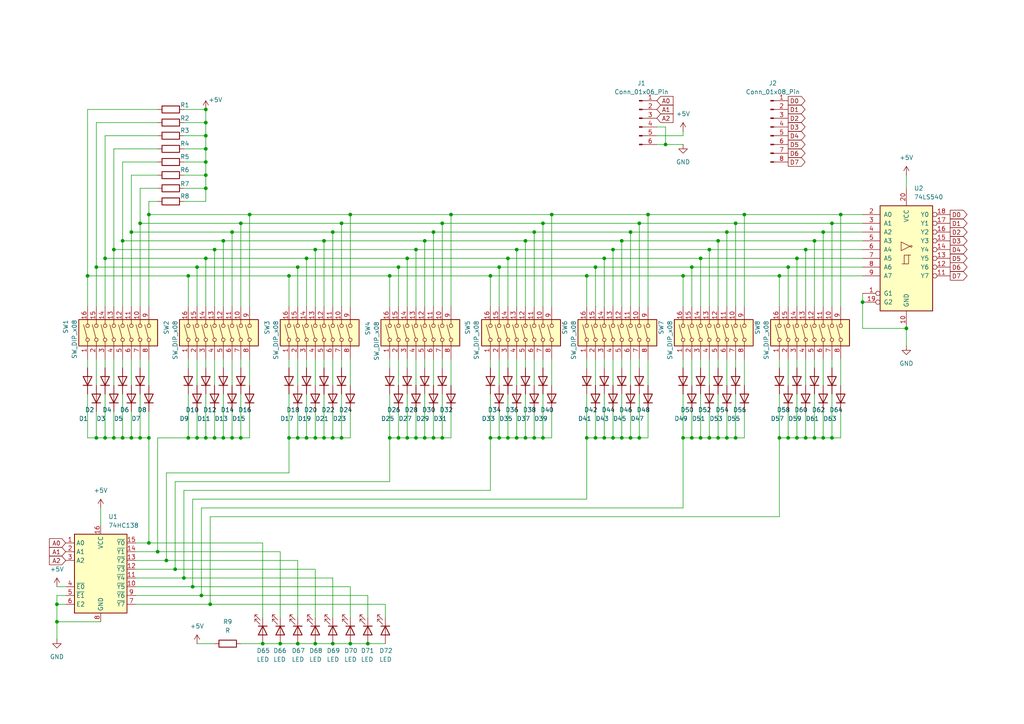
<source format=kicad_sch>
(kicad_sch (version 20231120) (generator "eeschema") (generator_version "8.0")
  (paper "A4")
  (title_block (title "TD4 Memory Module") (date "2024-11-10") (rev "v1.0.0"))
  (junction (at 185.42 127))
  (junction (at 210.82 67.31))
  (junction (at 231.14 127))
  (junction (at 180.34 69.85))
  (junction (at 236.22 127))
  (junction (at 182.88 67.31))
  (junction (at 123.19 127))
  (junction (at 200.66 127))
  (junction (at 172.72 127))
  (junction (at 149.86 127))
  (junction (at 57.15 77.47))
  (junction (at 69.85 127))
  (junction (at 67.31 67.31))
  (junction (at 205.74 127))
  (junction (at 91.44 127))
  (junction (at 55.88 170.18))
  (junction (at 38.1 127))
  (junction (at 144.78 77.47))
  (junction (at 16.51 180.34))
  (junction (at 152.4 69.85))
  (junction (at 208.28 127))
  (junction (at 101.6 62.23))
  (junction (at 53.34 167.64))
  (junction (at 91.44 186.69))
  (junction (at 59.69 35.56))
  (junction (at 157.48 64.77))
  (junction (at 57.15 127))
  (junction (at 182.88 127))
  (junction (at 35.56 69.85))
  (junction (at 43.18 127))
  (junction (at 250.19 87.63))
  (junction (at 152.4 127))
  (junction (at 30.48 127))
  (junction (at 59.69 127))
  (junction (at 241.3 64.77))
  (junction (at 160.02 62.23))
  (junction (at 27.94 77.47))
  (junction (at 54.61 127))
  (junction (at 115.57 77.47))
  (junction (at 50.8 165.1))
  (junction (at 69.85 64.77))
  (junction (at 76.2 186.69))
  (junction (at 62.23 127))
  (junction (at 93.98 127))
  (junction (at 231.14 74.93))
  (junction (at 91.44 72.39))
  (junction (at 96.52 127))
  (junction (at 43.18 157.48))
  (junction (at 64.77 127))
  (junction (at 38.1 67.31))
  (junction (at 33.02 72.39))
  (junction (at 113.03 80.01))
  (junction (at 118.11 127))
  (junction (at 83.82 127))
  (junction (at 81.28 186.69))
  (junction (at 154.94 127))
  (junction (at 93.98 69.85))
  (junction (at 177.8 72.39))
  (junction (at 262.89 95.25))
  (junction (at 72.39 62.23))
  (junction (at 147.32 127))
  (junction (at 40.64 127))
  (junction (at 120.65 127))
  (junction (at 35.56 127))
  (junction (at 128.27 64.77))
  (junction (at 213.36 64.77))
  (junction (at 238.76 127))
  (junction (at 210.82 127))
  (junction (at 33.02 127))
  (junction (at 130.81 62.23))
  (junction (at 86.36 127))
  (junction (at 113.03 127))
  (junction (at 115.57 127))
  (junction (at 203.2 74.93))
  (junction (at 27.94 127))
  (junction (at 233.68 72.39))
  (junction (at 198.12 80.01))
  (junction (at 213.36 127))
  (junction (at 45.72 160.02))
  (junction (at 200.66 77.47))
  (junction (at 59.69 54.61))
  (junction (at 236.22 69.85))
  (junction (at 142.24 80.01))
  (junction (at 187.96 62.23))
  (junction (at 175.26 127))
  (junction (at 64.77 69.85))
  (junction (at 172.72 77.47))
  (junction (at 106.68 186.69))
  (junction (at 170.18 80.01))
  (junction (at 203.2 127))
  (junction (at 205.74 72.39))
  (junction (at 233.68 127))
  (junction (at 228.6 77.47))
  (junction (at 59.69 31.75))
  (junction (at 118.11 74.93))
  (junction (at 128.27 127))
  (junction (at 86.36 186.69))
  (junction (at 226.06 127))
  (junction (at 59.69 46.99))
  (junction (at 60.96 175.26))
  (junction (at 125.73 127))
  (junction (at 123.19 69.85))
  (junction (at 54.61 80.01))
  (junction (at 101.6 186.69))
  (junction (at 59.69 50.8))
  (junction (at 170.18 127))
  (junction (at 241.3 127))
  (junction (at 175.26 74.93))
  (junction (at 144.78 127))
  (junction (at 59.69 74.93))
  (junction (at 147.32 74.93))
  (junction (at 67.31 127))
  (junction (at 30.48 74.93))
  (junction (at 193.04 41.91))
  (junction (at 142.24 127))
  (junction (at 208.28 69.85))
  (junction (at 96.52 186.69))
  (junction (at 62.23 72.39))
  (junction (at 149.86 72.39))
  (junction (at 99.06 127))
  (junction (at 215.9 62.23))
  (junction (at 48.26 162.56))
  (junction (at 25.4 80.01))
  (junction (at 198.12 127))
  (junction (at 157.48 127))
  (junction (at 88.9 127))
  (junction (at 59.69 43.18))
  (junction (at 125.73 67.31))
  (junction (at 83.82 80.01))
  (junction (at 86.36 77.47))
  (junction (at 226.06 80.01))
  (junction (at 180.34 127))
  (junction (at 59.69 39.37))
  (junction (at 58.42 172.72))
  (junction (at 228.6 127))
  (junction (at 177.8 127))
  (junction (at 40.64 64.77))
  (junction (at 88.9 74.93))
  (junction (at 154.94 67.31))
  (junction (at 238.76 67.31))
  (junction (at 96.52 67.31))
  (junction (at 16.51 175.26))
  (junction (at 43.18 62.23))
  (junction (at 243.84 62.23))
  (junction (at 185.42 64.77))
  (junction (at 99.06 64.77))
  (junction (at 120.65 72.39))
  (wire (pts (xy 170.18 80.01) (xy 198.12 80.01)))
  (wire (pts (xy 33.02 72.39) (xy 62.23 72.39)))
  (wire (pts (xy 160.02 62.23) (xy 187.96 62.23)))
  (wire (pts (xy 35.56 127) (xy 38.1 127)))
  (wire (pts (xy 83.82 137.16) (xy 48.26 137.16)))
  (wire (pts (xy 67.31 127) (xy 69.85 127)))
  (wire (pts (xy 208.28 127) (xy 210.82 127)))
  (wire (pts (xy 99.06 127) (xy 101.6 127)))
  (wire (pts (xy 213.36 64.77) (xy 241.3 64.77)))
  (wire (pts (xy 69.85 104.14) (xy 69.85 106.68)))
  (wire (pts (xy 208.28 114.3) (xy 208.28 127)))
  (wire (pts (xy 185.42 114.3) (xy 185.42 127)))
  (wire (pts (xy 228.6 77.47) (xy 200.66 77.47)))
  (wire (pts (xy 205.74 72.39) (xy 205.74 88.9)))
  (wire (pts (xy 101.6 186.69) (xy 106.68 186.69)))
  (wire (pts (xy 233.68 119.38) (xy 233.68 127)))
  (wire (pts (xy 231.14 74.93) (xy 231.14 88.9)))
  (wire (pts (xy 101.6 119.38) (xy 101.6 127)))
  (wire (pts (xy 50.8 165.1) (xy 50.8 139.7)))
  (wire (pts (xy 25.4 31.75) (xy 25.4 80.01)))
  (wire (pts (xy 213.36 104.14) (xy 213.36 106.68)))
  (wire (pts (xy 172.72 77.47) (xy 144.78 77.47)))
  (wire (pts (xy 120.65 104.14) (xy 120.65 111.76)))
  (wire (pts (xy 53.34 54.61) (xy 59.69 54.61)))
  (wire (pts (xy 106.68 172.72) (xy 106.68 179.07)))
  (wire (pts (xy 226.06 80.01) (xy 250.19 80.01)))
  (wire (pts (xy 27.94 35.56) (xy 27.94 77.47)))
  (wire (pts (xy 113.03 80.01) (xy 142.24 80.01)))
  (wire (pts (xy 59.69 50.8) (xy 59.69 54.61)))
  (wire (pts (xy 177.8 104.14) (xy 177.8 111.76)))
  (wire (pts (xy 226.06 80.01) (xy 226.06 88.9)))
  (wire (pts (xy 118.11 127) (xy 120.65 127)))
  (wire (pts (xy 231.14 104.14) (xy 231.14 106.68)))
  (wire (pts (xy 170.18 144.78) (xy 170.18 127)))
  (wire (pts (xy 35.56 104.14) (xy 35.56 106.68)))
  (wire (pts (xy 35.56 69.85) (xy 35.56 88.9)))
  (wire (pts (xy 128.27 104.14) (xy 128.27 106.68)))
  (wire (pts (xy 262.89 50.8) (xy 262.89 54.61)))
  (wire (pts (xy 241.3 64.77) (xy 250.19 64.77)))
  (wire (pts (xy 172.72 77.47) (xy 172.72 88.9)))
  (wire (pts (xy 27.94 104.14) (xy 27.94 111.76)))
  (wire (pts (xy 40.64 64.77) (xy 69.85 64.77)))
  (wire (pts (xy 27.94 119.38) (xy 27.94 127)))
  (wire (pts (xy 33.02 119.38) (xy 33.02 127)))
  (wire (pts (xy 67.31 67.31) (xy 96.52 67.31)))
  (wire (pts (xy 16.51 175.26) (xy 19.05 175.26)))
  (wire (pts (xy 120.65 72.39) (xy 149.86 72.39)))
  (wire (pts (xy 236.22 114.3) (xy 236.22 127)))
  (wire (pts (xy 45.72 39.37) (xy 30.48 39.37)))
  (wire (pts (xy 53.34 50.8) (xy 59.69 50.8)))
  (wire (pts (xy 115.57 127) (xy 118.11 127)))
  (wire (pts (xy 38.1 50.8) (xy 38.1 67.31)))
  (wire (pts (xy 118.11 74.93) (xy 147.32 74.93)))
  (wire (pts (xy 170.18 80.01) (xy 170.18 88.9)))
  (wire (pts (xy 29.21 147.32) (xy 29.21 152.4)))
  (wire (pts (xy 172.72 119.38) (xy 172.72 127)))
  (wire (pts (xy 111.76 175.26) (xy 111.76 179.07)))
  (wire (pts (xy 172.72 104.14) (xy 172.72 111.76)))
  (wire (pts (xy 149.86 104.14) (xy 149.86 111.76)))
  (wire (pts (xy 198.12 80.01) (xy 198.12 88.9)))
  (wire (pts (xy 39.37 160.02) (xy 45.72 160.02)))
  (wire (pts (xy 88.9 127) (xy 91.44 127)))
  (wire (pts (xy 101.6 170.18) (xy 101.6 179.07)))
  (wire (pts (xy 215.9 119.38) (xy 215.9 127)))
  (wire (pts (xy 43.18 58.42) (xy 45.72 58.42)))
  (wire (pts (xy 53.34 43.18) (xy 59.69 43.18)))
  (wire (pts (xy 241.3 104.14) (xy 241.3 106.68)))
  (wire (pts (xy 45.72 46.99) (xy 35.56 46.99)))
  (wire (pts (xy 16.51 180.34) (xy 29.21 180.34)))
  (wire (pts (xy 187.96 62.23) (xy 187.96 88.9)))
  (wire (pts (xy 72.39 62.23) (xy 72.39 88.9)))
  (wire (pts (xy 16.51 185.42) (xy 16.51 180.34)))
  (wire (pts (xy 185.42 64.77) (xy 185.42 88.9)))
  (wire (pts (xy 243.84 119.38) (xy 243.84 127)))
  (wire (pts (xy 91.44 165.1) (xy 91.44 179.07)))
  (wire (pts (xy 226.06 104.14) (xy 226.06 106.68)))
  (wire (pts (xy 208.28 69.85) (xy 208.28 88.9)))
  (wire (pts (xy 88.9 104.14) (xy 88.9 106.68)))
  (wire (pts (xy 76.2 157.48) (xy 76.2 179.07)))
  (wire (pts (xy 157.48 64.77) (xy 157.48 88.9)))
  (wire (pts (xy 152.4 69.85) (xy 152.4 88.9)))
  (wire (pts (xy 170.18 104.14) (xy 170.18 106.68)))
  (wire (pts (xy 157.48 114.3) (xy 157.48 127)))
  (wire (pts (xy 149.86 127) (xy 152.4 127)))
  (wire (pts (xy 160.02 119.38) (xy 160.02 127)))
  (wire (pts (xy 120.65 119.38) (xy 120.65 127)))
  (wire (pts (xy 226.06 127) (xy 228.6 127)))
  (wire (pts (xy 83.82 127) (xy 86.36 127)))
  (wire (pts (xy 16.51 170.18) (xy 19.05 170.18)))
  (wire (pts (xy 33.02 88.9) (xy 33.02 72.39)))
  (wire (pts (xy 144.78 77.47) (xy 144.78 88.9)))
  (wire (pts (xy 25.4 114.3) (xy 25.4 127)))
  (wire (pts (xy 238.76 127) (xy 241.3 127)))
  (wire (pts (xy 177.8 72.39) (xy 177.8 88.9)))
  (wire (pts (xy 91.44 72.39) (xy 91.44 88.9)))
  (wire (pts (xy 147.32 74.93) (xy 147.32 88.9)))
  (wire (pts (xy 96.52 186.69) (xy 101.6 186.69)))
  (wire (pts (xy 48.26 137.16) (xy 48.26 162.56)))
  (wire (pts (xy 30.48 74.93) (xy 30.48 88.9)))
  (wire (pts (xy 16.51 175.26) (xy 16.51 172.72)))
  (wire (pts (xy 115.57 77.47) (xy 86.36 77.47)))
  (wire (pts (xy 175.26 74.93) (xy 203.2 74.93)))
  (wire (pts (xy 154.94 119.38) (xy 154.94 127)))
  (wire (pts (xy 64.77 127) (xy 67.31 127)))
  (wire (pts (xy 238.76 119.38) (xy 238.76 127)))
  (wire (pts (xy 185.42 64.77) (xy 213.36 64.77)))
  (wire (pts (xy 62.23 72.39) (xy 91.44 72.39)))
  (wire (pts (xy 25.4 88.9) (xy 25.4 80.01)))
  (wire (pts (xy 88.9 74.93) (xy 118.11 74.93)))
  (wire (pts (xy 231.14 114.3) (xy 231.14 127)))
  (wire (pts (xy 39.37 165.1) (xy 50.8 165.1)))
  (wire (pts (xy 182.88 127) (xy 185.42 127)))
  (wire (pts (xy 142.24 114.3) (xy 142.24 127)))
  (wire (pts (xy 241.3 127) (xy 243.84 127)))
  (wire (pts (xy 177.8 119.38) (xy 177.8 127)))
  (wire (pts (xy 57.15 104.14) (xy 57.15 111.76)))
  (wire (pts (xy 69.85 64.77) (xy 99.06 64.77)))
  (wire (pts (xy 57.15 186.69) (xy 62.23 186.69)))
  (wire (pts (xy 215.9 104.14) (xy 215.9 111.76)))
  (wire (pts (xy 149.86 72.39) (xy 149.86 88.9)))
  (wire (pts (xy 187.96 104.14) (xy 187.96 111.76)))
  (wire (pts (xy 45.72 31.75) (xy 25.4 31.75)))
  (wire (pts (xy 142.24 127) (xy 144.78 127)))
  (wire (pts (xy 215.9 62.23) (xy 243.84 62.23)))
  (wire (pts (xy 175.26 104.14) (xy 175.26 106.68)))
  (wire (pts (xy 40.64 114.3) (xy 40.64 127)))
  (wire (pts (xy 130.81 62.23) (xy 160.02 62.23)))
  (wire (pts (xy 67.31 67.31) (xy 67.31 88.9)))
  (wire (pts (xy 57.15 127) (xy 59.69 127)))
  (wire (pts (xy 152.4 127) (xy 154.94 127)))
  (wire (pts (xy 205.74 119.38) (xy 205.74 127)))
  (wire (pts (xy 144.78 77.47) (xy 115.57 77.47)))
  (wire (pts (xy 228.6 119.38) (xy 228.6 127)))
  (wire (pts (xy 43.18 119.38) (xy 43.18 127)))
  (wire (pts (xy 72.39 119.38) (xy 72.39 127)))
  (wire (pts (xy 241.3 64.77) (xy 241.3 88.9)))
  (wire (pts (xy 59.69 43.18) (xy 59.69 46.99)))
  (wire (pts (xy 59.69 114.3) (xy 59.69 127)))
  (wire (pts (xy 144.78 127) (xy 147.32 127)))
  (wire (pts (xy 175.26 114.3) (xy 175.26 127)))
  (wire (pts (xy 203.2 74.93) (xy 231.14 74.93)))
  (wire (pts (xy 198.12 127) (xy 200.66 127)))
  (wire (pts (xy 243.84 62.23) (xy 250.19 62.23)))
  (wire (pts (xy 96.52 67.31) (xy 96.52 88.9)))
  (wire (pts (xy 55.88 170.18) (xy 55.88 144.78)))
  (wire (pts (xy 250.19 85.09) (xy 250.19 87.63)))
  (wire (pts (xy 43.18 88.9) (xy 43.18 62.23)))
  (wire (pts (xy 39.37 170.18) (xy 55.88 170.18)))
  (wire (pts (xy 53.34 142.24) (xy 142.24 142.24)))
  (wire (pts (xy 55.88 144.78) (xy 170.18 144.78)))
  (wire (pts (xy 93.98 104.14) (xy 93.98 106.68)))
  (wire (pts (xy 27.94 77.47) (xy 27.94 88.9)))
  (wire (pts (xy 53.34 31.75) (xy 59.69 31.75)))
  (wire (pts (xy 69.85 186.69) (xy 76.2 186.69)))
  (wire (pts (xy 210.82 67.31) (xy 210.82 88.9)))
  (wire (pts (xy 115.57 77.47) (xy 115.57 88.9)))
  (wire (pts (xy 54.61 80.01) (xy 83.82 80.01)))
  (wire (pts (xy 25.4 127) (xy 27.94 127)))
  (wire (pts (xy 54.61 114.3) (xy 54.61 127)))
  (wire (pts (xy 125.73 104.14) (xy 125.73 111.76)))
  (wire (pts (xy 187.96 62.23) (xy 215.9 62.23)))
  (wire (pts (xy 203.2 104.14) (xy 203.2 106.68)))
  (wire (pts (xy 99.06 64.77) (xy 128.27 64.77)))
  (wire (pts (xy 125.73 67.31) (xy 125.73 88.9)))
  (wire (pts (xy 236.22 104.14) (xy 236.22 106.68)))
  (wire (pts (xy 250.19 87.63) (xy 250.19 95.25)))
  (wire (pts (xy 149.86 72.39) (xy 177.8 72.39)))
  (wire (pts (xy 262.89 100.33) (xy 262.89 95.25)))
  (wire (pts (xy 57.15 77.47) (xy 57.15 88.9)))
  (wire (pts (xy 45.72 127) (xy 45.72 160.02)))
  (wire (pts (xy 228.6 127) (xy 231.14 127)))
  (wire (pts (xy 147.32 114.3) (xy 147.32 127)))
  (wire (pts (xy 238.76 67.31) (xy 238.76 88.9)))
  (wire (pts (xy 130.81 62.23) (xy 130.81 88.9)))
  (wire (pts (xy 43.18 62.23) (xy 43.18 58.42)))
  (wire (pts (xy 96.52 104.14) (xy 96.52 111.76)))
  (wire (pts (xy 180.34 69.85) (xy 152.4 69.85)))
  (wire (pts (xy 123.19 69.85) (xy 123.19 88.9)))
  (wire (pts (xy 231.14 74.93) (xy 250.19 74.93)))
  (wire (pts (xy 198.12 147.32) (xy 58.42 147.32)))
  (wire (pts (xy 59.69 46.99) (xy 59.69 50.8)))
  (wire (pts (xy 185.42 104.14) (xy 185.42 106.68)))
  (wire (pts (xy 147.32 104.14) (xy 147.32 106.68)))
  (wire (pts (xy 123.19 114.3) (xy 123.19 127)))
  (wire (pts (xy 67.31 119.38) (xy 67.31 127)))
  (wire (pts (xy 93.98 69.85) (xy 64.77 69.85)))
  (wire (pts (xy 175.26 127) (xy 177.8 127)))
  (wire (pts (xy 53.34 167.64) (xy 96.52 167.64)))
  (wire (pts (xy 40.64 54.61) (xy 40.64 64.77)))
  (wire (pts (xy 40.64 127) (xy 43.18 127)))
  (wire (pts (xy 72.39 62.23) (xy 101.6 62.23)))
  (wire (pts (xy 142.24 142.24) (xy 142.24 127)))
  (wire (pts (xy 142.24 80.01) (xy 170.18 80.01)))
  (wire (pts (xy 33.02 43.18) (xy 33.02 72.39)))
  (wire (pts (xy 58.42 147.32) (xy 58.42 172.72)))
  (wire (pts (xy 96.52 119.38) (xy 96.52 127)))
  (wire (pts (xy 59.69 35.56) (xy 59.69 39.37)))
  (wire (pts (xy 210.82 67.31) (xy 238.76 67.31)))
  (wire (pts (xy 99.06 114.3) (xy 99.06 127)))
  (wire (pts (xy 60.96 175.26) (xy 111.76 175.26)))
  (wire (pts (xy 25.4 104.14) (xy 25.4 106.68)))
  (wire (pts (xy 177.8 72.39) (xy 205.74 72.39)))
  (wire (pts (xy 180.34 104.14) (xy 180.34 106.68)))
  (wire (pts (xy 157.48 104.14) (xy 157.48 106.68)))
  (wire (pts (xy 180.34 69.85) (xy 180.34 88.9)))
  (wire (pts (xy 33.02 104.14) (xy 33.02 111.76)))
  (wire (pts (xy 72.39 104.14) (xy 72.39 111.76)))
  (wire (pts (xy 93.98 127) (xy 96.52 127)))
  (wire (pts (xy 53.34 46.99) (xy 59.69 46.99)))
  (wire (pts (xy 39.37 172.72) (xy 58.42 172.72)))
  (wire (pts (xy 67.31 104.14) (xy 67.31 111.76)))
  (wire (pts (xy 154.94 67.31) (xy 154.94 88.9)))
  (wire (pts (xy 40.64 88.9) (xy 40.64 64.77)))
  (wire (pts (xy 30.48 114.3) (xy 30.48 127)))
  (wire (pts (xy 86.36 119.38) (xy 86.36 127)))
  (wire (pts (xy 101.6 62.23) (xy 101.6 88.9)))
  (wire (pts (xy 54.61 127) (xy 45.72 127)))
  (wire (pts (xy 83.82 104.14) (xy 83.82 106.68)))
  (wire (pts (xy 93.98 69.85) (xy 93.98 88.9)))
  (wire (pts (xy 177.8 127) (xy 180.34 127)))
  (wire (pts (xy 53.34 39.37) (xy 59.69 39.37)))
  (wire (pts (xy 53.34 167.64) (xy 53.34 142.24)))
  (wire (pts (xy 115.57 119.38) (xy 115.57 127)))
  (wire (pts (xy 45.72 35.56) (xy 27.94 35.56)))
  (wire (pts (xy 86.36 77.47) (xy 86.36 88.9)))
  (wire (pts (xy 152.4 104.14) (xy 152.4 106.68)))
  (wire (pts (xy 59.69 104.14) (xy 59.69 106.68)))
  (wire (pts (xy 60.96 175.26) (xy 60.96 149.86)))
  (wire (pts (xy 203.2 114.3) (xy 203.2 127)))
  (wire (pts (xy 59.69 54.61) (xy 59.69 58.42)))
  (wire (pts (xy 118.11 74.93) (xy 118.11 88.9)))
  (wire (pts (xy 198.12 114.3) (xy 198.12 127)))
  (wire (pts (xy 91.44 72.39) (xy 120.65 72.39)))
  (wire (pts (xy 190.5 41.91) (xy 193.04 41.91)))
  (wire (pts (xy 45.72 160.02) (xy 81.28 160.02)))
  (wire (pts (xy 96.52 167.64) (xy 96.52 179.07)))
  (wire (pts (xy 130.81 119.38) (xy 130.81 127)))
  (wire (pts (xy 238.76 67.31) (xy 250.19 67.31)))
  (wire (pts (xy 125.73 67.31) (xy 154.94 67.31)))
  (wire (pts (xy 238.76 104.14) (xy 238.76 111.76)))
  (wire (pts (xy 130.81 104.14) (xy 130.81 111.76)))
  (wire (pts (xy 115.57 104.14) (xy 115.57 111.76)))
  (wire (pts (xy 35.56 114.3) (xy 35.56 127)))
  (wire (pts (xy 236.22 69.85) (xy 250.19 69.85)))
  (wire (pts (xy 81.28 160.02) (xy 81.28 179.07)))
  (wire (pts (xy 39.37 157.48) (xy 43.18 157.48)))
  (wire (pts (xy 193.04 36.83) (xy 193.04 41.91)))
  (wire (pts (xy 210.82 127) (xy 213.36 127)))
  (wire (pts (xy 233.68 72.39) (xy 250.19 72.39)))
  (wire (pts (xy 91.44 104.14) (xy 91.44 111.76)))
  (wire (pts (xy 154.94 67.31) (xy 182.88 67.31)))
  (wire (pts (xy 190.5 36.83) (xy 193.04 36.83)))
  (wire (pts (xy 91.44 119.38) (xy 91.44 127)))
  (wire (pts (xy 154.94 104.14) (xy 154.94 111.76)))
  (wire (pts (xy 62.23 104.14) (xy 62.23 111.76)))
  (wire (pts (xy 157.48 64.77) (xy 185.42 64.77)))
  (wire (pts (xy 200.66 127) (xy 203.2 127)))
  (wire (pts (xy 243.84 104.14) (xy 243.84 111.76)))
  (wire (pts (xy 213.36 127) (xy 215.9 127)))
  (wire (pts (xy 25.4 80.01) (xy 54.61 80.01)))
  (wire (pts (xy 228.6 77.47) (xy 250.19 77.47)))
  (wire (pts (xy 33.02 127) (xy 35.56 127)))
  (wire (pts (xy 16.51 180.34) (xy 16.51 175.26)))
  (wire (pts (xy 58.42 172.72) (xy 106.68 172.72)))
  (wire (pts (xy 43.18 62.23) (xy 72.39 62.23)))
  (wire (pts (xy 170.18 127) (xy 172.72 127)))
  (wire (pts (xy 45.72 43.18) (xy 33.02 43.18)))
  (wire (pts (xy 236.22 69.85) (xy 208.28 69.85)))
  (wire (pts (xy 144.78 104.14) (xy 144.78 111.76)))
  (wire (pts (xy 38.1 67.31) (xy 67.31 67.31)))
  (wire (pts (xy 175.26 74.93) (xy 175.26 88.9)))
  (wire (pts (xy 118.11 114.3) (xy 118.11 127)))
  (wire (pts (xy 236.22 69.85) (xy 236.22 88.9)))
  (wire (pts (xy 64.77 69.85) (xy 64.77 88.9)))
  (wire (pts (xy 125.73 127) (xy 128.27 127)))
  (wire (pts (xy 16.51 172.72) (xy 19.05 172.72)))
  (wire (pts (xy 45.72 50.8) (xy 38.1 50.8)))
  (wire (pts (xy 57.15 119.38) (xy 57.15 127)))
  (wire (pts (xy 205.74 104.14) (xy 205.74 111.76)))
  (wire (pts (xy 57.15 77.47) (xy 27.94 77.47)))
  (wire (pts (xy 200.66 104.14) (xy 200.66 111.76)))
  (wire (pts (xy 128.27 127) (xy 130.81 127)))
  (wire (pts (xy 228.6 77.47) (xy 228.6 88.9)))
  (wire (pts (xy 59.69 74.93) (xy 88.9 74.93)))
  (wire (pts (xy 54.61 127) (xy 57.15 127)))
  (wire (pts (xy 182.88 104.14) (xy 182.88 111.76)))
  (wire (pts (xy 39.37 167.64) (xy 53.34 167.64)))
  (wire (pts (xy 200.66 77.47) (xy 200.66 88.9)))
  (wire (pts (xy 154.94 127) (xy 157.48 127)))
  (wire (pts (xy 149.86 119.38) (xy 149.86 127)))
  (wire (pts (xy 123.19 104.14) (xy 123.19 106.68)))
  (wire (pts (xy 69.85 114.3) (xy 69.85 127)))
  (wire (pts (xy 210.82 119.38) (xy 210.82 127)))
  (wire (pts (xy 88.9 74.93) (xy 88.9 88.9)))
  (wire (pts (xy 76.2 186.69) (xy 81.28 186.69)))
  (wire (pts (xy 236.22 127) (xy 238.76 127)))
  (wire (pts (xy 39.37 162.56) (xy 48.26 162.56)))
  (wire (pts (xy 172.72 127) (xy 175.26 127)))
  (wire (pts (xy 187.96 119.38) (xy 187.96 127)))
  (wire (pts (xy 233.68 72.39) (xy 233.68 88.9)))
  (wire (pts (xy 64.77 114.3) (xy 64.77 127)))
  (wire (pts (xy 35.56 46.99) (xy 35.56 69.85)))
  (wire (pts (xy 59.69 39.37) (xy 59.69 43.18)))
  (wire (pts (xy 144.78 119.38) (xy 144.78 127)))
  (wire (pts (xy 62.23 127) (xy 64.77 127)))
  (wire (pts (xy 226.06 114.3) (xy 226.06 127)))
  (wire (pts (xy 233.68 127) (xy 236.22 127)))
  (wire (pts (xy 106.68 186.69) (xy 111.76 186.69)))
  (wire (pts (xy 205.74 72.39) (xy 233.68 72.39)))
  (wire (pts (xy 118.11 104.14) (xy 118.11 106.68)))
  (wire (pts (xy 243.84 62.23) (xy 243.84 88.9)))
  (wire (pts (xy 228.6 104.14) (xy 228.6 111.76)))
  (wire (pts (xy 69.85 64.77) (xy 69.85 88.9)))
  (wire (pts (xy 53.34 35.56) (xy 59.69 35.56)))
  (wire (pts (xy 54.61 104.14) (xy 54.61 106.68)))
  (wire (pts (xy 64.77 69.85) (xy 35.56 69.85)))
  (wire (pts (xy 200.66 77.47) (xy 172.72 77.47)))
  (wire (pts (xy 40.64 104.14) (xy 40.64 106.68)))
  (wire (pts (xy 157.48 127) (xy 160.02 127)))
  (wire (pts (xy 152.4 114.3) (xy 152.4 127)))
  (wire (pts (xy 30.48 127) (xy 33.02 127)))
  (wire (pts (xy 39.37 175.26) (xy 60.96 175.26)))
  (wire (pts (xy 198.12 80.01) (xy 226.06 80.01)))
  (wire (pts (xy 142.24 104.14) (xy 142.24 106.68)))
  (wire (pts (xy 203.2 74.93) (xy 203.2 88.9)))
  (wire (pts (xy 96.52 127) (xy 99.06 127)))
  (wire (pts (xy 160.02 104.14) (xy 160.02 111.76)))
  (wire (pts (xy 113.03 80.01) (xy 113.03 88.9)))
  (wire (pts (xy 83.82 80.01) (xy 83.82 88.9)))
  (wire (pts (xy 120.65 127) (xy 123.19 127)))
  (wire (pts (xy 30.48 74.93) (xy 59.69 74.93)))
  (wire (pts (xy 200.66 119.38) (xy 200.66 127)))
  (wire (pts (xy 152.4 69.85) (xy 123.19 69.85)))
  (wire (pts (xy 180.34 114.3) (xy 180.34 127)))
  (wire (pts (xy 62.23 119.38) (xy 62.23 127)))
  (wire (pts (xy 182.88 67.31) (xy 182.88 88.9)))
  (wire (pts (xy 88.9 114.3) (xy 88.9 127)))
  (wire (pts (xy 208.28 104.14) (xy 208.28 106.68)))
  (wire (pts (xy 193.04 41.91) (xy 198.12 41.91)))
  (wire (pts (xy 233.68 104.14) (xy 233.68 111.76)))
  (wire (pts (xy 86.36 162.56) (xy 86.36 179.07)))
  (wire (pts (xy 30.48 104.14) (xy 30.48 106.68)))
  (wire (pts (xy 86.36 127) (xy 88.9 127)))
  (wire (pts (xy 86.36 186.69) (xy 91.44 186.69)))
  (wire (pts (xy 215.9 62.23) (xy 215.9 88.9)))
  (wire (pts (xy 213.36 64.77) (xy 213.36 88.9)))
  (wire (pts (xy 83.82 127) (xy 83.82 137.16)))
  (wire (pts (xy 86.36 104.14) (xy 86.36 111.76)))
  (wire (pts (xy 113.03 104.14) (xy 113.03 106.68)))
  (wire (pts (xy 38.1 88.9) (xy 38.1 67.31)))
  (wire (pts (xy 59.69 88.9) (xy 59.69 74.93)))
  (wire (pts (xy 198.12 127) (xy 198.12 147.32)))
  (wire (pts (xy 226.06 149.86) (xy 226.06 127)))
  (wire (pts (xy 123.19 127) (xy 125.73 127)))
  (wire (pts (xy 185.42 127) (xy 187.96 127)))
  (wire (pts (xy 160.02 62.23) (xy 160.02 88.9)))
  (wire (pts (xy 99.06 104.14) (xy 99.06 106.68)))
  (wire (pts (xy 208.28 69.85) (xy 180.34 69.85)))
  (wire (pts (xy 60.96 149.86) (xy 226.06 149.86)))
  (wire (pts (xy 81.28 186.69) (xy 86.36 186.69)))
  (wire (pts (xy 30.48 39.37) (xy 30.48 74.93)))
  (wire (pts (xy 113.03 139.7) (xy 113.03 127)))
  (wire (pts (xy 190.5 39.37) (xy 198.12 39.37)))
  (wire (pts (xy 91.44 127) (xy 93.98 127)))
  (wire (pts (xy 55.88 170.18) (xy 101.6 170.18)))
  (wire (pts (xy 43.18 104.14) (xy 43.18 111.76)))
  (wire (pts (xy 43.18 127) (xy 43.18 157.48)))
  (wire (pts (xy 182.88 67.31) (xy 210.82 67.31)))
  (wire (pts (xy 203.2 127) (xy 205.74 127)))
  (wire (pts (xy 99.06 64.77) (xy 99.06 88.9)))
  (wire (pts (xy 64.77 104.14) (xy 64.77 106.68)))
  (wire (pts (xy 198.12 39.37) (xy 198.12 38.1)))
  (wire (pts (xy 59.69 31.75) (xy 59.69 35.56)))
  (wire (pts (xy 113.03 114.3) (xy 113.03 127)))
  (wire (pts (xy 50.8 165.1) (xy 91.44 165.1)))
  (wire (pts (xy 59.69 127) (xy 62.23 127)))
  (wire (pts (xy 62.23 72.39) (xy 62.23 88.9)))
  (wire (pts (xy 147.32 127) (xy 149.86 127)))
  (wire (pts (xy 120.65 72.39) (xy 120.65 88.9)))
  (wire (pts (xy 147.32 74.93) (xy 175.26 74.93)))
  (wire (pts (xy 50.8 139.7) (xy 113.03 139.7)))
  (wire (pts (xy 45.72 54.61) (xy 40.64 54.61)))
  (wire (pts (xy 38.1 104.14) (xy 38.1 111.76)))
  (wire (pts (xy 43.18 157.48) (xy 76.2 157.48)))
  (wire (pts (xy 123.19 69.85) (xy 93.98 69.85)))
  (wire (pts (xy 241.3 114.3) (xy 241.3 127)))
  (wire (pts (xy 128.27 114.3) (xy 128.27 127)))
  (wire (pts (xy 250.19 95.25) (xy 262.89 95.25)))
  (wire (pts (xy 182.88 119.38) (xy 182.88 127)))
  (wire (pts (xy 83.82 80.01) (xy 113.03 80.01)))
  (wire (pts (xy 113.03 127) (xy 115.57 127)))
  (wire (pts (xy 142.24 80.01) (xy 142.24 88.9)))
  (wire (pts (xy 101.6 62.23) (xy 130.81 62.23)))
  (wire (pts (xy 38.1 127) (xy 40.64 127)))
  (wire (pts (xy 198.12 104.14) (xy 198.12 106.68)))
  (wire (pts (xy 128.27 64.77) (xy 128.27 88.9)))
  (wire (pts (xy 96.52 67.31) (xy 125.73 67.31)))
  (wire (pts (xy 205.74 127) (xy 208.28 127)))
  (wire (pts (xy 231.14 127) (xy 233.68 127)))
  (wire (pts (xy 101.6 104.14) (xy 101.6 111.76)))
  (wire (pts (xy 93.98 114.3) (xy 93.98 127)))
  (wire (pts (xy 86.36 77.47) (xy 57.15 77.47)))
  (wire (pts (xy 83.82 114.3) (xy 83.82 127)))
  (wire (pts (xy 128.27 64.77) (xy 157.48 64.77)))
  (wire (pts (xy 210.82 104.14) (xy 210.82 111.76)))
  (wire (pts (xy 53.34 58.42) (xy 59.69 58.42)))
  (wire (pts (xy 69.85 127) (xy 72.39 127)))
  (wire (pts (xy 54.61 80.01) (xy 54.61 88.9)))
  (wire (pts (xy 48.26 162.56) (xy 86.36 162.56)))
  (wire (pts (xy 213.36 114.3) (xy 213.36 127)))
  (wire (pts (xy 125.73 119.38) (xy 125.73 127)))
  (wire (pts (xy 180.34 127) (xy 182.88 127)))
  (wire (pts (xy 27.94 127) (xy 30.48 127)))
  (wire (pts (xy 170.18 114.3) (xy 170.18 127)))
  (wire (pts (xy 91.44 186.69) (xy 96.52 186.69)))
  (wire (pts (xy 38.1 119.38) (xy 38.1 127)))
  (global_label "A0" (shape input) (at 190.5 29.21 0) (property "Intersheetrefs" "${INTERSHEET_REFS}" (effects (hide yes))))
  (global_label "D6" (shape output) (at 228.6 44.45 0) (property "Intersheetrefs" "${INTERSHEET_REFS}" (effects (hide yes))))
  (global_label "D4" (shape output) (at 228.6 39.37 0) (property "Intersheetrefs" "${INTERSHEET_REFS}" (effects (hide yes))))
  (global_label "D3" (shape output) (at 275.59 69.85 0) (property "Intersheetrefs" "${INTERSHEET_REFS}" (effects (hide yes))))
  (global_label "D1" (shape output) (at 228.6 31.75 0) (property "Intersheetrefs" "${INTERSHEET_REFS}" (effects (hide yes))))
  (global_label "D5" (shape output) (at 275.59 74.93 0) (property "Intersheetrefs" "${INTERSHEET_REFS}" (effects (hide yes))))
  (global_label "A2" (shape input) (at 190.5 34.29 0) (property "Intersheetrefs" "${INTERSHEET_REFS}" (effects (hide yes))))
  (global_label "D2" (shape output) (at 275.59 67.31 0) (property "Intersheetrefs" "${INTERSHEET_REFS}" (effects (hide yes))))
  (global_label "A1" (shape input) (at 190.5 31.75 0) (property "Intersheetrefs" "${INTERSHEET_REFS}" (effects (hide yes))))
  (global_label "D4" (shape output) (at 275.59 72.39 0) (property "Intersheetrefs" "${INTERSHEET_REFS}" (effects (hide yes))))
  (global_label "D0" (shape output) (at 275.59 62.23 0) (property "Intersheetrefs" "${INTERSHEET_REFS}" (effects (hide yes))))
  (global_label "D1" (shape output) (at 275.59 64.77 0) (property "Intersheetrefs" "${INTERSHEET_REFS}" (effects (hide yes))))
  (global_label "D6" (shape output) (at 275.59 77.47 0) (property "Intersheetrefs" "${INTERSHEET_REFS}" (effects (hide yes))))
  (global_label "D5" (shape output) (at 228.6 41.91 0) (property "Intersheetrefs" "${INTERSHEET_REFS}" (effects (hide yes))))
  (global_label "A2" (shape input) (at 19.05 162.56 180) (property "Intersheetrefs" "${INTERSHEET_REFS}" (effects (hide yes))))
  (global_label "D7" (shape output) (at 275.59 80.01 0) (property "Intersheetrefs" "${INTERSHEET_REFS}" (effects (hide yes))))
  (global_label "D3" (shape output) (at 228.6 36.83 0) (property "Intersheetrefs" "${INTERSHEET_REFS}" (effects (hide yes))))
  (global_label "A0" (shape input) (at 19.05 157.48 180) (property "Intersheetrefs" "${INTERSHEET_REFS}" (effects (hide yes))))
  (global_label "D7" (shape output) (at 228.6 46.99 0) (property "Intersheetrefs" "${INTERSHEET_REFS}" (effects (hide yes))))
  (global_label "D2" (shape output) (at 228.6 34.29 0) (property "Intersheetrefs" "${INTERSHEET_REFS}" (effects (hide yes))))
  (global_label "D0" (shape output) (at 228.6 29.21 0) (property "Intersheetrefs" "${INTERSHEET_REFS}" (effects (hide yes))))
  (global_label "A1" (shape input) (at 19.05 160.02 180) (property "Intersheetrefs" "${INTERSHEET_REFS}" (effects (hide yes))))
  (symbol (lib_id "Device:R") (at 66.04 186.69 90) (unit 1)
    (property "Reference" "R9" (at 66.04 180.34 90))
    (property "Value" "R" (at 66.04 182.88 90))
    (property "Footprint" "Resistor_THT:R_Axial_DIN0207_L6.3mm_D2.5mm_P10.16mm_Horizontal" (effects (hide yes)))
    (property "Description" "Resistor" (effects (hide yes)))
  )
  (symbol (lib_id "Device:R") (at 49.53 31.75 90) (unit 1)
    (property "Reference" "R1" (at 53.594 30.48 90))
    (property "Value" "R" (effects (hide yes)))
    (property "Footprint" "Resistor_THT:R_Axial_DIN0207_L6.3mm_D2.5mm_P10.16mm_Horizontal" (effects (hide yes)))
    (property "Description" "Resistor" (effects (hide yes)))
  )
  (symbol (lib_id "Diode:1N4148") (at 64.77 110.49 90) (unit 1)
    (property "Reference" "D13" (at 62.23 121.412 90) (effects (justify right)))
    (property "Value" "1N4148" (effects (hide yes)))
    (property "Footprint" "Diode_THT:D_DO-35_SOD27_P7.62mm_Horizontal" (effects (hide yes)))
    (property "Datasheet" "https://assets.nexperia.com/documents/data-sheet/1N4148_1N4448.pdf" (effects (hide yes)))
    (property "Description" "100V 0.15A standard switching diode, DO-35" (effects (hide yes)))
    (property "Sim.Device" "D" (effects (hide yes)))
    (property "Sim.Pins" "1=K 2=A" (effects (hide yes)))
  )
  (symbol (lib_id "Diode:1N4148") (at 215.9 115.57 90) (unit 1)
    (property "Reference" "D56" (at 212.598 118.872 90) (effects (justify right)))
    (property "Value" "1N4148" (effects (hide yes)))
    (property "Footprint" "Diode_THT:D_DO-35_SOD27_P7.62mm_Horizontal" (effects (hide yes)))
    (property "Datasheet" "https://assets.nexperia.com/documents/data-sheet/1N4148_1N4448.pdf" (effects (hide yes)))
    (property "Description" "100V 0.15A standard switching diode, DO-35" (effects (hide yes)))
    (property "Sim.Device" "D" (effects (hide yes)))
    (property "Sim.Pins" "1=K 2=A" (effects (hide yes)))
  )
  (symbol (lib_id "Diode:1N4148") (at 118.11 110.49 90) (unit 1)
    (property "Reference" "D27" (at 115.57 121.412 90) (effects (justify right)))
    (property "Value" "1N4148" (effects (hide yes)))
    (property "Footprint" "Diode_THT:D_DO-35_SOD27_P7.62mm_Horizontal" (effects (hide yes)))
    (property "Datasheet" "https://assets.nexperia.com/documents/data-sheet/1N4148_1N4448.pdf" (effects (hide yes)))
    (property "Description" "100V 0.15A standard switching diode, DO-35" (effects (hide yes)))
    (property "Sim.Device" "D" (effects (hide yes)))
    (property "Sim.Pins" "1=K 2=A" (effects (hide yes)))
  )
  (symbol (lib_id "Diode:1N4148") (at 57.15 115.57 90) (unit 1)
    (property "Reference" "D10" (at 53.848 118.872 90) (effects (justify right)))
    (property "Value" "1N4148" (effects (hide yes)))
    (property "Footprint" "Diode_THT:D_DO-35_SOD27_P7.62mm_Horizontal" (effects (hide yes)))
    (property "Datasheet" "https://assets.nexperia.com/documents/data-sheet/1N4148_1N4448.pdf" (effects (hide yes)))
    (property "Description" "100V 0.15A standard switching diode, DO-35" (effects (hide yes)))
    (property "Sim.Device" "D" (effects (hide yes)))
    (property "Sim.Pins" "1=K 2=A" (effects (hide yes)))
  )
  (symbol (lib_id "Diode:1N4148") (at 83.82 110.49 90) (unit 1)
    (property "Reference" "D17" (at 81.28 121.412 90) (effects (justify right)))
    (property "Value" "1N4148" (effects (hide yes)))
    (property "Footprint" "Diode_THT:D_DO-35_SOD27_P7.62mm_Horizontal" (effects (hide yes)))
    (property "Datasheet" "https://assets.nexperia.com/documents/data-sheet/1N4148_1N4448.pdf" (effects (hide yes)))
    (property "Description" "100V 0.15A standard switching diode, DO-35" (effects (hide yes)))
    (property "Sim.Device" "D" (effects (hide yes)))
    (property "Sim.Pins" "1=K 2=A" (effects (hide yes)))
  )
  (symbol (lib_id "Diode:1N4148") (at 59.69 110.49 90) (unit 1)
    (property "Reference" "D11" (at 57.15 121.412 90) (effects (justify right)))
    (property "Value" "1N4148" (effects (hide yes)))
    (property "Footprint" "Diode_THT:D_DO-35_SOD27_P7.62mm_Horizontal" (effects (hide yes)))
    (property "Datasheet" "https://assets.nexperia.com/documents/data-sheet/1N4148_1N4448.pdf" (effects (hide yes)))
    (property "Description" "100V 0.15A standard switching diode, DO-35" (effects (hide yes)))
    (property "Sim.Device" "D" (effects (hide yes)))
    (property "Sim.Pins" "1=K 2=A" (effects (hide yes)))
  )
  (symbol (lib_id "Diode:1N4148") (at 205.74 115.57 90) (unit 1)
    (property "Reference" "D52" (at 202.438 118.872 90) (effects (justify right)))
    (property "Value" "1N4148" (effects (hide yes)))
    (property "Footprint" "Diode_THT:D_DO-35_SOD27_P7.62mm_Horizontal" (effects (hide yes)))
    (property "Datasheet" "https://assets.nexperia.com/documents/data-sheet/1N4148_1N4448.pdf" (effects (hide yes)))
    (property "Description" "100V 0.15A standard switching diode, DO-35" (effects (hide yes)))
    (property "Sim.Device" "D" (effects (hide yes)))
    (property "Sim.Pins" "1=K 2=A" (effects (hide yes)))
  )
  (symbol (lib_id "Device:LED") (at 111.76 182.88 270) (unit 1)
    (property "Reference" "D72" (at 109.982 188.722 90) (effects (justify left)))
    (property "Value" "LED" (at 109.982 191.262 90) (effects (justify left)))
    (property "Footprint" "LED_THT:LED_D3.0mm" (effects (hide yes)))
    (property "Description" "Light emitting diode" (effects (hide yes)))
  )
  (symbol (lib_id "Diode:1N4148") (at 123.19 110.49 90) (unit 1)
    (property "Reference" "D29" (at 120.65 121.412 90) (effects (justify right)))
    (property "Value" "1N4148" (effects (hide yes)))
    (property "Footprint" "Diode_THT:D_DO-35_SOD27_P7.62mm_Horizontal" (effects (hide yes)))
    (property "Datasheet" "https://assets.nexperia.com/documents/data-sheet/1N4148_1N4448.pdf" (effects (hide yes)))
    (property "Description" "100V 0.15A standard switching diode, DO-35" (effects (hide yes)))
    (property "Sim.Device" "D" (effects (hide yes)))
    (property "Sim.Pins" "1=K 2=A" (effects (hide yes)))
  )
  (symbol (lib_id "Diode:1N4148") (at 40.64 110.49 90) (unit 1)
    (property "Reference" "D7" (at 38.1 121.412 90) (effects (justify right)))
    (property "Value" "1N4148" (effects (hide yes)))
    (property "Footprint" "Diode_THT:D_DO-35_SOD27_P7.62mm_Horizontal" (effects (hide yes)))
    (property "Datasheet" "https://assets.nexperia.com/documents/data-sheet/1N4148_1N4448.pdf" (effects (hide yes)))
    (property "Description" "100V 0.15A standard switching diode, DO-35" (effects (hide yes)))
    (property "Sim.Device" "D" (effects (hide yes)))
    (property "Sim.Pins" "1=K 2=A" (effects (hide yes)))
  )
  (symbol (lib_id "Diode:1N4148") (at 238.76 115.57 90) (unit 1)
    (property "Reference" "D62" (at 235.458 118.872 90) (effects (justify right)))
    (property "Value" "1N4148" (effects (hide yes)))
    (property "Footprint" "Diode_THT:D_DO-35_SOD27_P7.62mm_Horizontal" (effects (hide yes)))
    (property "Datasheet" "https://assets.nexperia.com/documents/data-sheet/1N4148_1N4448.pdf" (effects (hide yes)))
    (property "Description" "100V 0.15A standard switching diode, DO-35" (effects (hide yes)))
    (property "Sim.Device" "D" (effects (hide yes)))
    (property "Sim.Pins" "1=K 2=A" (effects (hide yes)))
  )
  (symbol (lib_id "Diode:1N4148") (at 160.02 115.57 90) (unit 1)
    (property "Reference" "D40" (at 156.718 118.872 90) (effects (justify right)))
    (property "Value" "1N4148" (effects (hide yes)))
    (property "Footprint" "Diode_THT:D_DO-35_SOD27_P7.62mm_Horizontal" (effects (hide yes)))
    (property "Datasheet" "https://assets.nexperia.com/documents/data-sheet/1N4148_1N4448.pdf" (effects (hide yes)))
    (property "Description" "100V 0.15A standard switching diode, DO-35" (effects (hide yes)))
    (property "Sim.Device" "D" (effects (hide yes)))
    (property "Sim.Pins" "1=K 2=A" (effects (hide yes)))
  )
  (symbol (lib_id "Diode:1N4148") (at 200.66 115.57 90) (unit 1)
    (property "Reference" "D50" (at 197.358 118.872 90) (effects (justify right)))
    (property "Value" "1N4148" (effects (hide yes)))
    (property "Footprint" "Diode_THT:D_DO-35_SOD27_P7.62mm_Horizontal" (effects (hide yes)))
    (property "Datasheet" "https://assets.nexperia.com/documents/data-sheet/1N4148_1N4448.pdf" (effects (hide yes)))
    (property "Description" "100V 0.15A standard switching diode, DO-35" (effects (hide yes)))
    (property "Sim.Device" "D" (effects (hide yes)))
    (property "Sim.Pins" "1=K 2=A" (effects (hide yes)))
  )
  (symbol (lib_id "Diode:1N4148") (at 115.57 115.57 90) (unit 1)
    (property "Reference" "D26" (at 112.268 118.872 90) (effects (justify right)))
    (property "Value" "1N4148" (effects (hide yes)))
    (property "Footprint" "Diode_THT:D_DO-35_SOD27_P7.62mm_Horizontal" (effects (hide yes)))
    (property "Datasheet" "https://assets.nexperia.com/documents/data-sheet/1N4148_1N4448.pdf" (effects (hide yes)))
    (property "Description" "100V 0.15A standard switching diode, DO-35" (effects (hide yes)))
    (property "Sim.Device" "D" (effects (hide yes)))
    (property "Sim.Pins" "1=K 2=A" (effects (hide yes)))
  )
  (symbol (lib_id "Diode:1N4148") (at 130.81 115.57 90) (unit 1)
    (property "Reference" "D32" (at 127.508 118.872 90) (effects (justify right)))
    (property "Value" "1N4148" (effects (hide yes)))
    (property "Footprint" "Diode_THT:D_DO-35_SOD27_P7.62mm_Horizontal" (effects (hide yes)))
    (property "Datasheet" "https://assets.nexperia.com/documents/data-sheet/1N4148_1N4448.pdf" (effects (hide yes)))
    (property "Description" "100V 0.15A standard switching diode, DO-35" (effects (hide yes)))
    (property "Sim.Device" "D" (effects (hide yes)))
    (property "Sim.Pins" "1=K 2=A" (effects (hide yes)))
  )
  (symbol (lib_id "Device:R") (at 49.53 39.37 90) (unit 1)
    (property "Reference" "R3" (at 53.594 37.846 90))
    (property "Value" "R" (effects (hide yes)))
    (property "Footprint" "Resistor_THT:R_Axial_DIN0207_L6.3mm_D2.5mm_P10.16mm_Horizontal" (effects (hide yes)))
    (property "Description" "Resistor" (effects (hide yes)))
  )
  (symbol (lib_id "power:+5V") (at 262.89 50.8 0) (unit 1)
    (property "Reference" "#PWR07" (effects (hide yes)))
    (property "Value" "+5V" (at 262.89 45.72 0))
    (property "Description" "Power symbol creates a global label with name \"+5V\"" (effects (hide yes)))
  )
  (symbol (lib_id "Diode:1N4148") (at 38.1 115.57 90) (unit 1)
    (property "Reference" "D6" (at 34.798 118.872 90) (effects (justify right)))
    (property "Value" "1N4148" (effects (hide yes)))
    (property "Footprint" "Diode_THT:D_DO-35_SOD27_P7.62mm_Horizontal" (effects (hide yes)))
    (property "Datasheet" "https://assets.nexperia.com/documents/data-sheet/1N4148_1N4448.pdf" (effects (hide yes)))
    (property "Description" "100V 0.15A standard switching diode, DO-35" (effects (hide yes)))
    (property "Sim.Device" "D" (effects (hide yes)))
    (property "Sim.Pins" "1=K 2=A" (effects (hide yes)))
  )
  (symbol (lib_id "Diode:1N4148") (at 30.48 110.49 90) (unit 1)
    (property "Reference" "D3" (at 27.94 121.412 90) (effects (justify right)))
    (property "Value" "1N4148" (effects (hide yes)))
    (property "Footprint" "Diode_THT:D_DO-35_SOD27_P7.62mm_Horizontal" (effects (hide yes)))
    (property "Datasheet" "https://assets.nexperia.com/documents/data-sheet/1N4148_1N4448.pdf" (effects (hide yes)))
    (property "Description" "100V 0.15A standard switching diode, DO-35" (effects (hide yes)))
    (property "Sim.Device" "D" (effects (hide yes)))
    (property "Sim.Pins" "1=K 2=A" (effects (hide yes)))
  )
  (symbol (lib_id "Diode:1N4148") (at 25.4 110.49 90) (unit 1)
    (property "Reference" "D1" (at 22.86 121.412 90) (effects (justify right)))
    (property "Value" "1N4148" (effects (hide yes)))
    (property "Footprint" "Diode_THT:D_DO-35_SOD27_P7.62mm_Horizontal" (effects (hide yes)))
    (property "Datasheet" "https://assets.nexperia.com/documents/data-sheet/1N4148_1N4448.pdf" (effects (hide yes)))
    (property "Description" "100V 0.15A standard switching diode, DO-35" (effects (hide yes)))
    (property "Sim.Device" "D" (effects (hide yes)))
    (property "Sim.Pins" "1=K 2=A" (effects (hide yes)))
  )
  (symbol (lib_id "Device:R") (at 49.53 50.8 90) (unit 1)
    (property "Reference" "R6" (at 53.594 49.276 90))
    (property "Value" "R" (effects (hide yes)))
    (property "Footprint" "Resistor_THT:R_Axial_DIN0207_L6.3mm_D2.5mm_P10.16mm_Horizontal" (effects (hide yes)))
    (property "Description" "Resistor" (effects (hide yes)))
  )
  (symbol (lib_id "Diode:1N4148") (at 67.31 115.57 90) (unit 1)
    (property "Reference" "D14" (at 64.008 118.872 90) (effects (justify right)))
    (property "Value" "1N4148" (effects (hide yes)))
    (property "Footprint" "Diode_THT:D_DO-35_SOD27_P7.62mm_Horizontal" (effects (hide yes)))
    (property "Datasheet" "https://assets.nexperia.com/documents/data-sheet/1N4148_1N4448.pdf" (effects (hide yes)))
    (property "Description" "100V 0.15A standard switching diode, DO-35" (effects (hide yes)))
    (property "Sim.Device" "D" (effects (hide yes)))
    (property "Sim.Pins" "1=K 2=A" (effects (hide yes)))
  )
  (symbol (lib_id "Diode:1N4148") (at 125.73 115.57 90) (unit 1)
    (property "Reference" "D30" (at 122.428 118.872 90) (effects (justify right)))
    (property "Value" "1N4148" (effects (hide yes)))
    (property "Footprint" "Diode_THT:D_DO-35_SOD27_P7.62mm_Horizontal" (effects (hide yes)))
    (property "Datasheet" "https://assets.nexperia.com/documents/data-sheet/1N4148_1N4448.pdf" (effects (hide yes)))
    (property "Description" "100V 0.15A standard switching diode, DO-35" (effects (hide yes)))
    (property "Sim.Device" "D" (effects (hide yes)))
    (property "Sim.Pins" "1=K 2=A" (effects (hide yes)))
  )
  (symbol (lib_id "power:+5V") (at 29.21 147.32 0) (unit 1)
    (property "Reference" "#PWR01" (effects (hide yes)))
    (property "Value" "+5V" (at 29.21 142.24 0))
    (property "Description" "Power symbol creates a global label with name \"+5V\"" (effects (hide yes)))
  )
  (symbol (lib_id "Connector:Conn_01x08_Pin") (at 223.52 36.83 0) (unit 1)
    (property "Reference" "J2" (at 224.155 24.13 0))
    (property "Value" "Conn_01x08_Pin" (at 224.155 26.67 0))
    (property "Footprint" "Connector_PinHeader_2.54mm:PinHeader_1x08_P2.54mm_Horizontal" (effects (hide yes)))
    (property "Description" "Generic connector, single row, 01x08, script generated" (effects (hide yes)))
  )
  (symbol (lib_id "Diode:1N4148") (at 241.3 110.49 90) (unit 1)
    (property "Reference" "D63" (at 238.76 121.412 90) (effects (justify right)))
    (property "Value" "1N4148" (effects (hide yes)))
    (property "Footprint" "Diode_THT:D_DO-35_SOD27_P7.62mm_Horizontal" (effects (hide yes)))
    (property "Datasheet" "https://assets.nexperia.com/documents/data-sheet/1N4148_1N4448.pdf" (effects (hide yes)))
    (property "Description" "100V 0.15A standard switching diode, DO-35" (effects (hide yes)))
    (property "Sim.Device" "D" (effects (hide yes)))
    (property "Sim.Pins" "1=K 2=A" (effects (hide yes)))
  )
  (symbol (lib_id "power:+5V") (at 59.69 31.75 0) (unit 1)
    (property "Reference" "#PWR06" (effects (hide yes)))
    (property "Value" "+5V" (at 62.484 28.956 0))
    (property "Description" "Power symbol creates a global label with name \"+5V\"" (effects (hide yes)))
  )
  (symbol (lib_id "power:+5V") (at 198.12 38.1 0) (unit 1)
    (property "Reference" "#PWR08" (effects (hide yes)))
    (property "Value" "+5V" (at 198.12 33.02 0))
    (property "Description" "Power symbol creates a global label with name \"+5V\"" (effects (hide yes)))
  )
  (symbol (lib_id "Device:R") (at 49.53 35.56 90) (unit 1)
    (property "Reference" "R2" (at 53.594 34.29 90))
    (property "Value" "R" (effects (hide yes)))
    (property "Footprint" "Resistor_THT:R_Axial_DIN0207_L6.3mm_D2.5mm_P10.16mm_Horizontal" (effects (hide yes)))
    (property "Description" "Resistor" (effects (hide yes)))
  )
  (symbol (lib_id "power:+5V") (at 57.15 186.69 0) (unit 1)
    (property "Reference" "#PWR03" (effects (hide yes)))
    (property "Value" "+5V" (at 57.15 181.61 0))
    (property "Description" "Power symbol creates a global label with name \"+5V\"" (effects (hide yes)))
  )
  (symbol (lib_id "power:GND") (at 16.51 185.42 0) (unit 1)
    (property "Reference" "#PWR02" (effects (hide yes)))
    (property "Value" "GND" (at 16.51 190.5 0))
    (property "Description" "Power symbol creates a global label with name \"GND\" , ground" (effects (hide yes)))
  )
  (symbol (lib_id "Diode:1N4148") (at 170.18 110.49 90) (unit 1)
    (property "Reference" "D41" (at 167.64 121.412 90) (effects (justify right)))
    (property "Value" "1N4148" (effects (hide yes)))
    (property "Footprint" "Diode_THT:D_DO-35_SOD27_P7.62mm_Horizontal" (effects (hide yes)))
    (property "Datasheet" "https://assets.nexperia.com/documents/data-sheet/1N4148_1N4448.pdf" (effects (hide yes)))
    (property "Description" "100V 0.15A standard switching diode, DO-35" (effects (hide yes)))
    (property "Sim.Device" "D" (effects (hide yes)))
    (property "Sim.Pins" "1=K 2=A" (effects (hide yes)))
  )
  (symbol (lib_id "Diode:1N4148") (at 86.36 115.57 90) (unit 1)
    (property "Reference" "D18" (at 83.058 118.872 90) (effects (justify right)))
    (property "Value" "1N4148" (effects (hide yes)))
    (property "Footprint" "Diode_THT:D_DO-35_SOD27_P7.62mm_Horizontal" (effects (hide yes)))
    (property "Datasheet" "https://assets.nexperia.com/documents/data-sheet/1N4148_1N4448.pdf" (effects (hide yes)))
    (property "Description" "100V 0.15A standard switching diode, DO-35" (effects (hide yes)))
    (property "Sim.Device" "D" (effects (hide yes)))
    (property "Sim.Pins" "1=K 2=A" (effects (hide yes)))
  )
  (symbol (lib_id "Diode:1N4148") (at 203.2 110.49 90) (unit 1)
    (property "Reference" "D51" (at 200.66 121.412 90) (effects (justify right)))
    (property "Value" "1N4148" (effects (hide yes)))
    (property "Footprint" "Diode_THT:D_DO-35_SOD27_P7.62mm_Horizontal" (effects (hide yes)))
    (property "Datasheet" "https://assets.nexperia.com/documents/data-sheet/1N4148_1N4448.pdf" (effects (hide yes)))
    (property "Description" "100V 0.15A standard switching diode, DO-35" (effects (hide yes)))
    (property "Sim.Device" "D" (effects (hide yes)))
    (property "Sim.Pins" "1=K 2=A" (effects (hide yes)))
  )
  (symbol (lib_id "Diode:1N4148") (at 213.36 110.49 90) (unit 1)
    (property "Reference" "D55" (at 210.82 121.412 90) (effects (justify right)))
    (property "Value" "1N4148" (effects (hide yes)))
    (property "Footprint" "Diode_THT:D_DO-35_SOD27_P7.62mm_Horizontal" (effects (hide yes)))
    (property "Datasheet" "https://assets.nexperia.com/documents/data-sheet/1N4148_1N4448.pdf" (effects (hide yes)))
    (property "Description" "100V 0.15A standard switching diode, DO-35" (effects (hide yes)))
    (property "Sim.Device" "D" (effects (hide yes)))
    (property "Sim.Pins" "1=K 2=A" (effects (hide yes)))
  )
  (symbol (lib_id "Diode:1N4148") (at 233.68 115.57 90) (unit 1)
    (property "Reference" "D60" (at 230.378 118.872 90) (effects (justify right)))
    (property "Value" "1N4148" (effects (hide yes)))
    (property "Footprint" "Diode_THT:D_DO-35_SOD27_P7.62mm_Horizontal" (effects (hide yes)))
    (property "Datasheet" "https://assets.nexperia.com/documents/data-sheet/1N4148_1N4448.pdf" (effects (hide yes)))
    (property "Description" "100V 0.15A standard switching diode, DO-35" (effects (hide yes)))
    (property "Sim.Device" "D" (effects (hide yes)))
    (property "Sim.Pins" "1=K 2=A" (effects (hide yes)))
  )
  (symbol (lib_id "Device:LED") (at 81.28 182.88 270) (unit 1)
    (property "Reference" "D66" (at 79.248 188.722 90) (effects (justify left)))
    (property "Value" "LED" (at 79.248 191.262 90) (effects (justify left)))
    (property "Footprint" "LED_THT:LED_D3.0mm" (effects (hide yes)))
    (property "Description" "Light emitting diode" (effects (hide yes)))
  )
  (symbol (lib_id "Diode:1N4148") (at 243.84 115.57 90) (unit 1)
    (property "Reference" "D64" (at 240.538 118.872 90) (effects (justify right)))
    (property "Value" "1N4148" (effects (hide yes)))
    (property "Footprint" "Diode_THT:D_DO-35_SOD27_P7.62mm_Horizontal" (effects (hide yes)))
    (property "Datasheet" "https://assets.nexperia.com/documents/data-sheet/1N4148_1N4448.pdf" (effects (hide yes)))
    (property "Description" "100V 0.15A standard switching diode, DO-35" (effects (hide yes)))
    (property "Sim.Device" "D" (effects (hide yes)))
    (property "Sim.Pins" "1=K 2=A" (effects (hide yes)))
  )
  (symbol (lib_id "Diode:1N4148") (at 144.78 115.57 90) (unit 1)
    (property "Reference" "D34" (at 141.478 118.872 90) (effects (justify right)))
    (property "Value" "1N4148" (effects (hide yes)))
    (property "Footprint" "Diode_THT:D_DO-35_SOD27_P7.62mm_Horizontal" (effects (hide yes)))
    (property "Datasheet" "https://assets.nexperia.com/documents/data-sheet/1N4148_1N4448.pdf" (effects (hide yes)))
    (property "Description" "100V 0.15A standard switching diode, DO-35" (effects (hide yes)))
    (property "Sim.Device" "D" (effects (hide yes)))
    (property "Sim.Pins" "1=K 2=A" (effects (hide yes)))
  )
  (symbol (lib_id "Switch:SW_DIP_x08") (at 236.22 96.52 90) (unit 1)
    (property "Reference" "SW8" (at 219.71 92.964 0) (effects (justify right)))
    (property "Value" "SW_DIP_x08" (at 222.25 92.964 0) (effects (justify right)))
    (property "Footprint" "Button_Switch_THT:SW_DIP_SPSTx08_Slide_9.78x22.5mm_W7.62mm_P2.54mm" (effects (hide yes)))
    (property "Description" "8x DIP Switch, Single Pole Single Throw (SPST) switch, small symbol" (effects (hide yes)))
  )
  (symbol (lib_id "Diode:1N4148") (at 152.4 110.49 90) (unit 1)
    (property "Reference" "D37" (at 149.86 121.412 90) (effects (justify right)))
    (property "Value" "1N4148" (effects (hide yes)))
    (property "Footprint" "Diode_THT:D_DO-35_SOD27_P7.62mm_Horizontal" (effects (hide yes)))
    (property "Datasheet" "https://assets.nexperia.com/documents/data-sheet/1N4148_1N4448.pdf" (effects (hide yes)))
    (property "Description" "100V 0.15A standard switching diode, DO-35" (effects (hide yes)))
    (property "Sim.Device" "D" (effects (hide yes)))
    (property "Sim.Pins" "1=K 2=A" (effects (hide yes)))
  )
  (symbol (lib_id "Diode:1N4148") (at 198.12 110.49 90) (unit 1)
    (property "Reference" "D49" (at 195.58 121.412 90) (effects (justify right)))
    (property "Value" "1N4148" (effects (hide yes)))
    (property "Footprint" "Diode_THT:D_DO-35_SOD27_P7.62mm_Horizontal" (effects (hide yes)))
    (property "Datasheet" "https://assets.nexperia.com/documents/data-sheet/1N4148_1N4448.pdf" (effects (hide yes)))
    (property "Description" "100V 0.15A standard switching diode, DO-35" (effects (hide yes)))
    (property "Sim.Device" "D" (effects (hide yes)))
    (property "Sim.Pins" "1=K 2=A" (effects (hide yes)))
  )
  (symbol (lib_id "Device:R") (at 49.53 54.61 90) (unit 1)
    (property "Reference" "R7" (at 53.594 53.34 90))
    (property "Value" "R" (effects (hide yes)))
    (property "Footprint" "Resistor_THT:R_Axial_DIN0207_L6.3mm_D2.5mm_P10.16mm_Horizontal" (effects (hide yes)))
    (property "Description" "Resistor" (effects (hide yes)))
  )
  (symbol (lib_id "Diode:1N4148") (at 149.86 115.57 90) (unit 1)
    (property "Reference" "D36" (at 146.558 118.872 90) (effects (justify right)))
    (property "Value" "1N4148" (effects (hide yes)))
    (property "Footprint" "Diode_THT:D_DO-35_SOD27_P7.62mm_Horizontal" (effects (hide yes)))
    (property "Datasheet" "https://assets.nexperia.com/documents/data-sheet/1N4148_1N4448.pdf" (effects (hide yes)))
    (property "Description" "100V 0.15A standard switching diode, DO-35" (effects (hide yes)))
    (property "Sim.Device" "D" (effects (hide yes)))
    (property "Sim.Pins" "1=K 2=A" (effects (hide yes)))
  )
  (symbol (lib_id "Device:LED") (at 86.36 182.88 270) (unit 1)
    (property "Reference" "D67" (at 84.582 188.722 90) (effects (justify left)))
    (property "Value" "LED" (at 84.582 191.262 90) (effects (justify left)))
    (property "Footprint" "LED_THT:LED_D3.0mm" (effects (hide yes)))
    (property "Description" "Light emitting diode" (effects (hide yes)))
  )
  (symbol (lib_id "Diode:1N4148") (at 187.96 115.57 90) (unit 1)
    (property "Reference" "D48" (at 184.658 118.872 90) (effects (justify right)))
    (property "Value" "1N4148" (effects (hide yes)))
    (property "Footprint" "Diode_THT:D_DO-35_SOD27_P7.62mm_Horizontal" (effects (hide yes)))
    (property "Datasheet" "https://assets.nexperia.com/documents/data-sheet/1N4148_1N4448.pdf" (effects (hide yes)))
    (property "Description" "100V 0.15A standard switching diode, DO-35" (effects (hide yes)))
    (property "Sim.Device" "D" (effects (hide yes)))
    (property "Sim.Pins" "1=K 2=A" (effects (hide yes)))
  )
  (symbol (lib_id "Switch:SW_DIP_x08") (at 208.28 96.52 90) (unit 1)
    (property "Reference" "SW7" (at 191.77 92.964 0) (effects (justify right)))
    (property "Value" "SW_DIP_x08" (at 194.31 92.964 0) (effects (justify right)))
    (property "Footprint" "Button_Switch_THT:SW_DIP_SPSTx08_Slide_9.78x22.5mm_W7.62mm_P2.54mm" (effects (hide yes)))
    (property "Description" "8x DIP Switch, Single Pole Single Throw (SPST) switch, small symbol" (effects (hide yes)))
  )
  (symbol (lib_id "Diode:1N4148") (at 208.28 110.49 90) (unit 1)
    (property "Reference" "D53" (at 205.74 121.412 90) (effects (justify right)))
    (property "Value" "1N4148" (effects (hide yes)))
    (property "Footprint" "Diode_THT:D_DO-35_SOD27_P7.62mm_Horizontal" (effects (hide yes)))
    (property "Datasheet" "https://assets.nexperia.com/documents/data-sheet/1N4148_1N4448.pdf" (effects (hide yes)))
    (property "Description" "100V 0.15A standard switching diode, DO-35" (effects (hide yes)))
    (property "Sim.Device" "D" (effects (hide yes)))
    (property "Sim.Pins" "1=K 2=A" (effects (hide yes)))
  )
  (symbol (lib_id "Diode:1N4148") (at 226.06 110.49 90) (unit 1)
    (property "Reference" "D57" (at 223.52 121.412 90) (effects (justify right)))
    (property "Value" "1N4148" (effects (hide yes)))
    (property "Footprint" "Diode_THT:D_DO-35_SOD27_P7.62mm_Horizontal" (effects (hide yes)))
    (property "Datasheet" "https://assets.nexperia.com/documents/data-sheet/1N4148_1N4448.pdf" (effects (hide yes)))
    (property "Description" "100V 0.15A standard switching diode, DO-35" (effects (hide yes)))
    (property "Sim.Device" "D" (effects (hide yes)))
    (property "Sim.Pins" "1=K 2=A" (effects (hide yes)))
  )
  (symbol (lib_id "Device:R") (at 49.53 58.42 90) (unit 1)
    (property "Reference" "R8" (at 53.594 56.896 90))
    (property "Value" "R" (effects (hide yes)))
    (property "Footprint" "Resistor_THT:R_Axial_DIN0207_L6.3mm_D2.5mm_P10.16mm_Horizontal" (effects (hide yes)))
    (property "Description" "Resistor" (effects (hide yes)))
  )
  (symbol (lib_id "Diode:1N4148") (at 231.14 110.49 90) (unit 1)
    (property "Reference" "D59" (at 228.6 121.412 90) (effects (justify right)))
    (property "Value" "1N4148" (effects (hide yes)))
    (property "Footprint" "Diode_THT:D_DO-35_SOD27_P7.62mm_Horizontal" (effects (hide yes)))
    (property "Datasheet" "https://assets.nexperia.com/documents/data-sheet/1N4148_1N4448.pdf" (effects (hide yes)))
    (property "Description" "100V 0.15A standard switching diode, DO-35" (effects (hide yes)))
    (property "Sim.Device" "D" (effects (hide yes)))
    (property "Sim.Pins" "1=K 2=A" (effects (hide yes)))
  )
  (symbol (lib_id "Diode:1N4148") (at 54.61 110.49 90) (unit 1)
    (property "Reference" "D9" (at 52.07 121.412 90) (effects (justify right)))
    (property "Value" "1N4148" (effects (hide yes)))
    (property "Footprint" "Diode_THT:D_DO-35_SOD27_P7.62mm_Horizontal" (effects (hide yes)))
    (property "Datasheet" "https://assets.nexperia.com/documents/data-sheet/1N4148_1N4448.pdf" (effects (hide yes)))
    (property "Description" "100V 0.15A standard switching diode, DO-35" (effects (hide yes)))
    (property "Sim.Device" "D" (effects (hide yes)))
    (property "Sim.Pins" "1=K 2=A" (effects (hide yes)))
  )
  (symbol (lib_id "Diode:1N4148") (at 88.9 110.49 90) (unit 1)
    (property "Reference" "D19" (at 86.36 121.412 90) (effects (justify right)))
    (property "Value" "1N4148" (effects (hide yes)))
    (property "Footprint" "Diode_THT:D_DO-35_SOD27_P7.62mm_Horizontal" (effects (hide yes)))
    (property "Datasheet" "https://assets.nexperia.com/documents/data-sheet/1N4148_1N4448.pdf" (effects (hide yes)))
    (property "Description" "100V 0.15A standard switching diode, DO-35" (effects (hide yes)))
    (property "Sim.Device" "D" (effects (hide yes)))
    (property "Sim.Pins" "1=K 2=A" (effects (hide yes)))
  )
  (symbol (lib_id "Diode:1N4148") (at 154.94 115.57 90) (unit 1)
    (property "Reference" "D38" (at 151.638 118.872 90) (effects (justify right)))
    (property "Value" "1N4148" (effects (hide yes)))
    (property "Footprint" "Diode_THT:D_DO-35_SOD27_P7.62mm_Horizontal" (effects (hide yes)))
    (property "Datasheet" "https://assets.nexperia.com/documents/data-sheet/1N4148_1N4448.pdf" (effects (hide yes)))
    (property "Description" "100V 0.15A standard switching diode, DO-35" (effects (hide yes)))
    (property "Sim.Device" "D" (effects (hide yes)))
    (property "Sim.Pins" "1=K 2=A" (effects (hide yes)))
  )
  (symbol (lib_id "Switch:SW_DIP_x08") (at 64.77 96.52 90) (unit 1)
    (property "Reference" "SW2" (at 48.26 92.964 0) (effects (justify right)))
    (property "Value" "SW_DIP_x08" (at 50.8 92.964 0) (effects (justify right)))
    (property "Footprint" "Button_Switch_THT:SW_DIP_SPSTx08_Slide_9.78x22.5mm_W7.62mm_P2.54mm" (effects (hide yes)))
    (property "Description" "8x DIP Switch, Single Pole Single Throw (SPST) switch, small symbol" (effects (hide yes)))
  )
  (symbol (lib_id "Device:LED") (at 101.6 182.88 270) (unit 1)
    (property "Reference" "D70" (at 99.822 188.722 90) (effects (justify left)))
    (property "Value" "LED" (at 99.822 191.262 90) (effects (justify left)))
    (property "Footprint" "LED_THT:LED_D3.0mm" (effects (hide yes)))
    (property "Description" "Light emitting diode" (effects (hide yes)))
  )
  (symbol (lib_id "power:GND") (at 262.89 100.33 0) (unit 1)
    (property "Reference" "#PWR04" (effects (hide yes)))
    (property "Value" "GND" (at 262.89 105.41 0))
    (property "Description" "Power symbol creates a global label with name \"GND\" , ground" (effects (hide yes)))
  )
  (symbol (lib_id "Diode:1N4148") (at 62.23 115.57 90) (unit 1)
    (property "Reference" "D12" (at 58.928 118.872 90) (effects (justify right)))
    (property "Value" "1N4148" (effects (hide yes)))
    (property "Footprint" "Diode_THT:D_DO-35_SOD27_P7.62mm_Horizontal" (effects (hide yes)))
    (property "Datasheet" "https://assets.nexperia.com/documents/data-sheet/1N4148_1N4448.pdf" (effects (hide yes)))
    (property "Description" "100V 0.15A standard switching diode, DO-35" (effects (hide yes)))
    (property "Sim.Device" "D" (effects (hide yes)))
    (property "Sim.Pins" "1=K 2=A" (effects (hide yes)))
  )
  (symbol (lib_id "Diode:1N4148") (at 69.85 110.49 90) (unit 1)
    (property "Reference" "D15" (at 67.31 121.412 90) (effects (justify right)))
    (property "Value" "1N4148" (effects (hide yes)))
    (property "Footprint" "Diode_THT:D_DO-35_SOD27_P7.62mm_Horizontal" (effects (hide yes)))
    (property "Datasheet" "https://assets.nexperia.com/documents/data-sheet/1N4148_1N4448.pdf" (effects (hide yes)))
    (property "Description" "100V 0.15A standard switching diode, DO-35" (effects (hide yes)))
    (property "Sim.Device" "D" (effects (hide yes)))
    (property "Sim.Pins" "1=K 2=A" (effects (hide yes)))
  )
  (symbol (lib_id "Switch:SW_DIP_x08") (at 123.19 96.52 90) (unit 1)
    (property "Reference" "SW4" (at 106.68 93.218 0) (effects (justify right)))
    (property "Value" "SW_DIP_x08" (at 109.22 93.218 0) (effects (justify right)))
    (property "Footprint" "Button_Switch_THT:SW_DIP_SPSTx08_Slide_9.78x22.5mm_W7.62mm_P2.54mm" (effects (hide yes)))
    (property "Description" "8x DIP Switch, Single Pole Single Throw (SPST) switch, small symbol" (effects (hide yes)))
  )
  (symbol (lib_id "Diode:1N4148") (at 120.65 115.57 90) (unit 1)
    (property "Reference" "D28" (at 117.348 118.872 90) (effects (justify right)))
    (property "Value" "1N4148" (effects (hide yes)))
    (property "Footprint" "Diode_THT:D_DO-35_SOD27_P7.62mm_Horizontal" (effects (hide yes)))
    (property "Datasheet" "https://assets.nexperia.com/documents/data-sheet/1N4148_1N4448.pdf" (effects (hide yes)))
    (property "Description" "100V 0.15A standard switching diode, DO-35" (effects (hide yes)))
    (property "Sim.Device" "D" (effects (hide yes)))
    (property "Sim.Pins" "1=K 2=A" (effects (hide yes)))
  )
  (symbol (lib_id "Diode:1N4148") (at 175.26 110.49 90) (unit 1)
    (property "Reference" "D43" (at 172.72 121.412 90) (effects (justify right)))
    (property "Value" "1N4148" (effects (hide yes)))
    (property "Footprint" "Diode_THT:D_DO-35_SOD27_P7.62mm_Horizontal" (effects (hide yes)))
    (property "Datasheet" "https://assets.nexperia.com/documents/data-sheet/1N4148_1N4448.pdf" (effects (hide yes)))
    (property "Description" "100V 0.15A standard switching diode, DO-35" (effects (hide yes)))
    (property "Sim.Device" "D" (effects (hide yes)))
    (property "Sim.Pins" "1=K 2=A" (effects (hide yes)))
  )
  (symbol (lib_id "Device:LED") (at 91.44 182.88 270) (unit 1)
    (property "Reference" "D68" (at 89.662 188.722 90) (effects (justify left)))
    (property "Value" "LED" (at 89.662 191.262 90) (effects (justify left)))
    (property "Footprint" "LED_THT:LED_D3.0mm" (effects (hide yes)))
    (property "Description" "Light emitting diode" (effects (hide yes)))
  )
  (symbol (lib_id "Diode:1N4148") (at 185.42 110.49 90) (unit 1)
    (property "Reference" "D47" (at 182.88 121.412 90) (effects (justify right)))
    (property "Value" "1N4148" (effects (hide yes)))
    (property "Footprint" "Diode_THT:D_DO-35_SOD27_P7.62mm_Horizontal" (effects (hide yes)))
    (property "Datasheet" "https://assets.nexperia.com/documents/data-sheet/1N4148_1N4448.pdf" (effects (hide yes)))
    (property "Description" "100V 0.15A standard switching diode, DO-35" (effects (hide yes)))
    (property "Sim.Device" "D" (effects (hide yes)))
    (property "Sim.Pins" "1=K 2=A" (effects (hide yes)))
  )
  (symbol (lib_id "power:GND") (at 198.12 41.91 0) (unit 1)
    (property "Reference" "#PWR09" (effects (hide yes)))
    (property "Value" "GND" (at 198.12 46.99 0))
    (property "Description" "Power symbol creates a global label with name \"GND\" , ground" (effects (hide yes)))
  )
  (symbol (lib_id "Switch:SW_DIP_x08") (at 35.56 96.52 90) (unit 1)
    (property "Reference" "SW1" (at 19.05 92.71 0) (effects (justify right)))
    (property "Value" "SW_DIP_x08" (at 21.59 92.71 0) (effects (justify right)))
    (property "Footprint" "Button_Switch_THT:SW_DIP_SPSTx08_Slide_9.78x22.5mm_W7.62mm_P2.54mm" (effects (hide yes)))
    (property "Description" "8x DIP Switch, Single Pole Single Throw (SPST) switch, small symbol" (effects (hide yes)))
  )
  (symbol (lib_id "power:+5V") (at 16.51 170.18 0) (unit 1)
    (property "Reference" "#PWR05" (effects (hide yes)))
    (property "Value" "+5V" (at 16.51 165.1 0))
    (property "Description" "Power symbol creates a global label with name \"+5V\"" (effects (hide yes)))
  )
  (symbol (lib_id "Diode:1N4148") (at 128.27 110.49 90) (unit 1)
    (property "Reference" "D31" (at 125.73 121.412 90) (effects (justify right)))
    (property "Value" "1N4148" (effects (hide yes)))
    (property "Footprint" "Diode_THT:D_DO-35_SOD27_P7.62mm_Horizontal" (effects (hide yes)))
    (property "Datasheet" "https://assets.nexperia.com/documents/data-sheet/1N4148_1N4448.pdf" (effects (hide yes)))
    (property "Description" "100V 0.15A standard switching diode, DO-35" (effects (hide yes)))
    (property "Sim.Device" "D" (effects (hide yes)))
    (property "Sim.Pins" "1=K 2=A" (effects (hide yes)))
  )
  (symbol (lib_id "Diode:1N4148") (at 72.39 115.57 90) (unit 1)
    (property "Reference" "D16" (at 69.088 118.872 90) (effects (justify right)))
    (property "Value" "1N4148" (effects (hide yes)))
    (property "Footprint" "Diode_THT:D_DO-35_SOD27_P7.62mm_Horizontal" (effects (hide yes)))
    (property "Datasheet" "https://assets.nexperia.com/documents/data-sheet/1N4148_1N4448.pdf" (effects (hide yes)))
    (property "Description" "100V 0.15A standard switching diode, DO-35" (effects (hide yes)))
    (property "Sim.Device" "D" (effects (hide yes)))
    (property "Sim.Pins" "1=K 2=A" (effects (hide yes)))
  )
  (symbol (lib_id "Diode:1N4148") (at 236.22 110.49 90) (unit 1)
    (property "Reference" "D61" (at 233.68 121.412 90) (effects (justify right)))
    (property "Value" "1N4148" (effects (hide yes)))
    (property "Footprint" "Diode_THT:D_DO-35_SOD27_P7.62mm_Horizontal" (effects (hide yes)))
    (property "Datasheet" "https://assets.nexperia.com/documents/data-sheet/1N4148_1N4448.pdf" (effects (hide yes)))
    (property "Description" "100V 0.15A standard switching diode, DO-35" (effects (hide yes)))
    (property "Sim.Device" "D" (effects (hide yes)))
    (property "Sim.Pins" "1=K 2=A" (effects (hide yes)))
  )
  (symbol (lib_id "Diode:1N4148") (at 182.88 115.57 90) (unit 1)
    (property "Reference" "D46" (at 179.578 118.872 90) (effects (justify right)))
    (property "Value" "1N4148" (effects (hide yes)))
    (property "Footprint" "Diode_THT:D_DO-35_SOD27_P7.62mm_Horizontal" (effects (hide yes)))
    (property "Datasheet" "https://assets.nexperia.com/documents/data-sheet/1N4148_1N4448.pdf" (effects (hide yes)))
    (property "Description" "100V 0.15A standard switching diode, DO-35" (effects (hide yes)))
    (property "Sim.Device" "D" (effects (hide yes)))
    (property "Sim.Pins" "1=K 2=A" (effects (hide yes)))
  )
  (symbol (lib_id "Diode:1N4148") (at 96.52 115.57 90) (unit 1)
    (property "Reference" "D22" (at 93.218 118.872 90) (effects (justify right)))
    (property "Value" "1N4148" (effects (hide yes)))
    (property "Footprint" "Diode_THT:D_DO-35_SOD27_P7.62mm_Horizontal" (effects (hide yes)))
    (property "Datasheet" "https://assets.nexperia.com/documents/data-sheet/1N4148_1N4448.pdf" (effects (hide yes)))
    (property "Description" "100V 0.15A standard switching diode, DO-35" (effects (hide yes)))
    (property "Sim.Device" "D" (effects (hide yes)))
    (property "Sim.Pins" "1=K 2=A" (effects (hide yes)))
  )
  (symbol (lib_id "Diode:1N4148") (at 35.56 110.49 90) (unit 1)
    (property "Reference" "D5" (at 33.02 121.412 90) (effects (justify right)))
    (property "Value" "1N4148" (effects (hide yes)))
    (property "Footprint" "Diode_THT:D_DO-35_SOD27_P7.62mm_Horizontal" (effects (hide yes)))
    (property "Datasheet" "https://assets.nexperia.com/documents/data-sheet/1N4148_1N4448.pdf" (effects (hide yes)))
    (property "Description" "100V 0.15A standard switching diode, DO-35" (effects (hide yes)))
    (property "Sim.Device" "D" (effects (hide yes)))
    (property "Sim.Pins" "1=K 2=A" (effects (hide yes)))
  )
  (symbol (lib_id "Device:LED") (at 106.68 182.88 270) (unit 1)
    (property "Reference" "D71" (at 104.648 188.722 90) (effects (justify left)))
    (property "Value" "LED" (at 104.648 191.262 90) (effects (justify left)))
    (property "Footprint" "LED_THT:LED_D3.0mm" (effects (hide yes)))
    (property "Description" "Light emitting diode" (effects (hide yes)))
  )
  (symbol (lib_id "Diode:1N4148") (at 157.48 110.49 90) (unit 1)
    (property "Reference" "D39" (at 154.94 121.412 90) (effects (justify right)))
    (property "Value" "1N4148" (effects (hide yes)))
    (property "Footprint" "Diode_THT:D_DO-35_SOD27_P7.62mm_Horizontal" (effects (hide yes)))
    (property "Datasheet" "https://assets.nexperia.com/documents/data-sheet/1N4148_1N4448.pdf" (effects (hide yes)))
    (property "Description" "100V 0.15A standard switching diode, DO-35" (effects (hide yes)))
    (property "Sim.Device" "D" (effects (hide yes)))
    (property "Sim.Pins" "1=K 2=A" (effects (hide yes)))
  )
  (symbol (lib_id "Diode:1N4148") (at 210.82 115.57 90) (unit 1)
    (property "Reference" "D54" (at 207.518 118.872 90) (effects (justify right)))
    (property "Value" "1N4148" (effects (hide yes)))
    (property "Footprint" "Diode_THT:D_DO-35_SOD27_P7.62mm_Horizontal" (effects (hide yes)))
    (property "Datasheet" "https://assets.nexperia.com/documents/data-sheet/1N4148_1N4448.pdf" (effects (hide yes)))
    (property "Description" "100V 0.15A standard switching diode, DO-35" (effects (hide yes)))
    (property "Sim.Device" "D" (effects (hide yes)))
    (property "Sim.Pins" "1=K 2=A" (effects (hide yes)))
  )
  (symbol (lib_id "Switch:SW_DIP_x08") (at 180.34 96.52 90) (unit 1)
    (property "Reference" "SW6" (at 163.83 92.964 0) (effects (justify right)))
    (property "Value" "SW_DIP_x08" (at 166.37 92.964 0) (effects (justify right)))
    (property "Footprint" "Button_Switch_THT:SW_DIP_SPSTx08_Slide_9.78x22.5mm_W7.62mm_P2.54mm" (effects (hide yes)))
    (property "Description" "8x DIP Switch, Single Pole Single Throw (SPST) switch, small symbol" (effects (hide yes)))
  )
  (symbol (lib_id "Switch:SW_DIP_x08") (at 93.98 96.52 90) (unit 1)
    (property "Reference" "SW3" (at 77.47 92.964 0) (effects (justify right)))
    (property "Value" "SW_DIP_x08" (at 80.01 92.964 0) (effects (justify right)))
    (property "Footprint" "Button_Switch_THT:SW_DIP_SPSTx08_Slide_9.78x22.5mm_W7.62mm_P2.54mm" (effects (hide yes)))
    (property "Description" "8x DIP Switch, Single Pole Single Throw (SPST) switch, small symbol" (effects (hide yes)))
  )
  (symbol (lib_id "74xx:74LS540") (at 262.89 74.93 0) (unit 1)
    (property "Reference" "U2" (at 265.0841 54.61 0) (effects (justify left)))
    (property "Value" "74LS540" (at 265.0841 57.15 0) (effects (justify left)))
    (property "Footprint" "TD4_footprint:DIP20_TOS" (effects (hide yes)))
    (property "Datasheet" "http://www.ti.com/lit/gpn/sn74LS540" (effects (hide yes)))
    (property "Description" "8-bit Buffer/Line driver Inverter, 3-state outputs" (effects (hide yes)))
  )
  (symbol (lib_id "Diode:1N4148") (at 27.94 115.57 90) (unit 1)
    (property "Reference" "D2" (at 24.638 118.872 90) (effects (justify right)))
    (property "Value" "1N4148" (effects (hide yes)))
    (property "Footprint" "Diode_THT:D_DO-35_SOD27_P7.62mm_Horizontal" (effects (hide yes)))
    (property "Datasheet" "https://assets.nexperia.com/documents/data-sheet/1N4148_1N4448.pdf" (effects (hide yes)))
    (property "Description" "100V 0.15A standard switching diode, DO-35" (effects (hide yes)))
    (property "Sim.Device" "D" (effects (hide yes)))
    (property "Sim.Pins" "1=K 2=A" (effects (hide yes)))
  )
  (symbol (lib_id "74xx:74HC138") (at 29.21 167.64 0) (unit 1)
    (property "Reference" "U1" (at 31.4041 149.86 0) (effects (justify left)))
    (property "Value" "74HC138" (at 31.4041 152.4 0) (effects (justify left)))
    (property "Footprint" "TD4_footprint:DIP16" (effects (hide yes)))
    (property "Datasheet" "http://www.ti.com/lit/ds/symlink/cd74hc238.pdf" (effects (hide yes)))
    (property "Description" "3-to-8 line decoder/multiplexer inverting, DIP-16/SOIC-16/SSOP-16" (effects (hide yes)))
  )
  (symbol (lib_id "Device:R") (at 49.53 46.99 90) (unit 1)
    (property "Reference" "R5" (at 53.594 45.466 90))
    (property "Value" "R" (effects (hide yes)))
    (property "Footprint" "Resistor_THT:R_Axial_DIN0207_L6.3mm_D2.5mm_P10.16mm_Horizontal" (effects (hide yes)))
    (property "Description" "Resistor" (effects (hide yes)))
  )
  (symbol (lib_id "Switch:SW_DIP_x08") (at 152.4 96.52 90) (unit 1)
    (property "Reference" "SW5" (at 135.636 92.964 0) (effects (justify right)))
    (property "Value" "SW_DIP_x08" (at 138.176 92.964 0) (effects (justify right)))
    (property "Footprint" "Button_Switch_THT:SW_DIP_SPSTx08_Slide_9.78x22.5mm_W7.62mm_P2.54mm" (effects (hide yes)))
    (property "Description" "8x DIP Switch, Single Pole Single Throw (SPST) switch, small symbol" (effects (hide yes)))
  )
  (symbol (lib_id "Diode:1N4148") (at 113.03 110.49 90) (unit 1)
    (property "Reference" "D25" (at 110.49 121.412 90) (effects (justify right)))
    (property "Value" "1N4148" (effects (hide yes)))
    (property "Footprint" "Diode_THT:D_DO-35_SOD27_P7.62mm_Horizontal" (effects (hide yes)))
    (property "Datasheet" "https://assets.nexperia.com/documents/data-sheet/1N4148_1N4448.pdf" (effects (hide yes)))
    (property "Description" "100V 0.15A standard switching diode, DO-35" (effects (hide yes)))
    (property "Sim.Device" "D" (effects (hide yes)))
    (property "Sim.Pins" "1=K 2=A" (effects (hide yes)))
  )
  (symbol (lib_id "Diode:1N4148") (at 91.44 115.57 90) (unit 1)
    (property "Reference" "D20" (at 88.138 118.872 90) (effects (justify right)))
    (property "Value" "1N4148" (effects (hide yes)))
    (property "Footprint" "Diode_THT:D_DO-35_SOD27_P7.62mm_Horizontal" (effects (hide yes)))
    (property "Datasheet" "https://assets.nexperia.com/documents/data-sheet/1N4148_1N4448.pdf" (effects (hide yes)))
    (property "Description" "100V 0.15A standard switching diode, DO-35" (effects (hide yes)))
    (property "Sim.Device" "D" (effects (hide yes)))
    (property "Sim.Pins" "1=K 2=A" (effects (hide yes)))
  )
  (symbol (lib_id "Connector:Conn_01x06_Pin") (at 185.42 34.29 0) (unit 1)
    (property "Reference" "J1" (at 186.055 24.13 0))
    (property "Value" "Conn_01x06_Pin" (at 186.055 26.67 0))
    (property "Footprint" "Connector_PinHeader_2.54mm:PinHeader_1x06_P2.54mm_Horizontal" (effects (hide yes)))
    (property "Description" "Generic connector, single row, 01x06, script generated" (effects (hide yes)))
  )
  (symbol (lib_id "Diode:1N4148") (at 172.72 115.57 90) (unit 1)
    (property "Reference" "D42" (at 169.418 118.872 90) (effects (justify right)))
    (property "Value" "1N4148" (effects (hide yes)))
    (property "Footprint" "Diode_THT:D_DO-35_SOD27_P7.62mm_Horizontal" (effects (hide yes)))
    (property "Datasheet" "https://assets.nexperia.com/documents/data-sheet/1N4148_1N4448.pdf" (effects (hide yes)))
    (property "Description" "100V 0.15A standard switching diode, DO-35" (effects (hide yes)))
    (property "Sim.Device" "D" (effects (hide yes)))
    (property "Sim.Pins" "1=K 2=A" (effects (hide yes)))
  )
  (symbol (lib_id "Diode:1N4148") (at 142.24 110.49 90) (unit 1)
    (property "Reference" "D33" (at 139.7 121.412 90) (effects (justify right)))
    (property "Value" "1N4148" (effects (hide yes)))
    (property "Footprint" "Diode_THT:D_DO-35_SOD27_P7.62mm_Horizontal" (effects (hide yes)))
    (property "Datasheet" "https://assets.nexperia.com/documents/data-sheet/1N4148_1N4448.pdf" (effects (hide yes)))
    (property "Description" "100V 0.15A standard switching diode, DO-35" (effects (hide yes)))
    (property "Sim.Device" "D" (effects (hide yes)))
    (property "Sim.Pins" "1=K 2=A" (effects (hide yes)))
  )
  (symbol (lib_id "Device:LED") (at 76.2 182.88 270) (unit 1)
    (property "Reference" "D65" (at 74.422 188.722 90) (effects (justify left)))
    (property "Value" "LED" (at 74.422 191.262 90) (effects (justify left)))
    (property "Footprint" "LED_THT:LED_D3.0mm" (effects (hide yes)))
    (property "Description" "Light emitting diode" (effects (hide yes)))
  )
  (symbol (lib_id "Diode:1N4148") (at 43.18 115.57 90) (unit 1)
    (property "Reference" "D8" (at 39.878 118.872 90) (effects (justify right)))
    (property "Value" "1N4148" (effects (hide yes)))
    (property "Footprint" "Diode_THT:D_DO-35_SOD27_P7.62mm_Horizontal" (effects (hide yes)))
    (property "Datasheet" "https://assets.nexperia.com/documents/data-sheet/1N4148_1N4448.pdf" (effects (hide yes)))
    (property "Description" "100V 0.15A standard switching diode, DO-35" (effects (hide yes)))
    (property "Sim.Device" "D" (effects (hide yes)))
    (property "Sim.Pins" "1=K 2=A" (effects (hide yes)))
  )
  (symbol (lib_id "Diode:1N4148") (at 177.8 115.57 90) (unit 1)
    (property "Reference" "D44" (at 174.498 118.872 90) (effects (justify right)))
    (property "Value" "1N4148" (effects (hide yes)))
    (property "Footprint" "Diode_THT:D_DO-35_SOD27_P7.62mm_Horizontal" (effects (hide yes)))
    (property "Datasheet" "https://assets.nexperia.com/documents/data-sheet/1N4148_1N4448.pdf" (effects (hide yes)))
    (property "Description" "100V 0.15A standard switching diode, DO-35" (effects (hide yes)))
    (property "Sim.Device" "D" (effects (hide yes)))
    (property "Sim.Pins" "1=K 2=A" (effects (hide yes)))
  )
  (symbol (lib_id "Diode:1N4148") (at 33.02 115.57 90) (unit 1)
    (property "Reference" "D4" (at 29.718 118.872 90) (effects (justify right)))
    (property "Value" "1N4148" (effects (hide yes)))
    (property "Footprint" "Diode_THT:D_DO-35_SOD27_P7.62mm_Horizontal" (effects (hide yes)))
    (property "Datasheet" "https://assets.nexperia.com/documents/data-sheet/1N4148_1N4448.pdf" (effects (hide yes)))
    (property "Description" "100V 0.15A standard switching diode, DO-35" (effects (hide yes)))
    (property "Sim.Device" "D" (effects (hide yes)))
    (property "Sim.Pins" "1=K 2=A" (effects (hide yes)))
  )
  (symbol (lib_id "Diode:1N4148") (at 101.6 115.57 90) (unit 1)
    (property "Reference" "D24" (at 98.298 118.872 90) (effects (justify right)))
    (property "Value" "1N4148" (effects (hide yes)))
    (property "Footprint" "Diode_THT:D_DO-35_SOD27_P7.62mm_Horizontal" (effects (hide yes)))
    (property "Datasheet" "https://assets.nexperia.com/documents/data-sheet/1N4148_1N4448.pdf" (effects (hide yes)))
    (property "Description" "100V 0.15A standard switching diode, DO-35" (effects (hide yes)))
    (property "Sim.Device" "D" (effects (hide yes)))
    (property "Sim.Pins" "1=K 2=A" (effects (hide yes)))
  )
  (symbol (lib_id "Device:R") (at 49.53 43.18 90) (unit 1)
    (property "Reference" "R4" (at 53.594 41.656 90))
    (property "Value" "R" (effects (hide yes)))
    (property "Footprint" "Resistor_THT:R_Axial_DIN0207_L6.3mm_D2.5mm_P10.16mm_Horizontal" (effects (hide yes)))
    (property "Description" "Resistor" (effects (hide yes)))
  )
  (symbol (lib_id "Device:LED") (at 96.52 182.88 270) (unit 1)
    (property "Reference" "D69" (at 94.742 188.722 90) (effects (justify left)))
    (property "Value" "LED" (at 94.742 191.262 90) (effects (justify left)))
    (property "Footprint" "LED_THT:LED_D3.0mm" (effects (hide yes)))
    (property "Description" "Light emitting diode" (effects (hide yes)))
  )
  (symbol (lib_id "Diode:1N4148") (at 93.98 110.49 90) (unit 1)
    (property "Reference" "D21" (at 91.44 121.412 90) (effects (justify right)))
    (property "Value" "1N4148" (effects (hide yes)))
    (property "Footprint" "Diode_THT:D_DO-35_SOD27_P7.62mm_Horizontal" (effects (hide yes)))
    (property "Datasheet" "https://assets.nexperia.com/documents/data-sheet/1N4148_1N4448.pdf" (effects (hide yes)))
    (property "Description" "100V 0.15A standard switching diode, DO-35" (effects (hide yes)))
    (property "Sim.Device" "D" (effects (hide yes)))
    (property "Sim.Pins" "1=K 2=A" (effects (hide yes)))
  )
  (symbol (lib_id "Diode:1N4148") (at 147.32 110.49 90) (unit 1)
    (property "Reference" "D35" (at 144.78 121.412 90) (effects (justify right)))
    (property "Value" "1N4148" (effects (hide yes)))
    (property "Footprint" "Diode_THT:D_DO-35_SOD27_P7.62mm_Horizontal" (effects (hide yes)))
    (property "Datasheet" "https://assets.nexperia.com/documents/data-sheet/1N4148_1N4448.pdf" (effects (hide yes)))
    (property "Description" "100V 0.15A standard switching diode, DO-35" (effects (hide yes)))
    (property "Sim.Device" "D" (effects (hide yes)))
    (property "Sim.Pins" "1=K 2=A" (effects (hide yes)))
  )
  (symbol (lib_id "Diode:1N4148") (at 228.6 115.57 90) (unit 1)
    (property "Reference" "D58" (at 225.298 118.872 90) (effects (justify right)))
    (property "Value" "1N4148" (effects (hide yes)))
    (property "Footprint" "Diode_THT:D_DO-35_SOD27_P7.62mm_Horizontal" (effects (hide yes)))
    (property "Datasheet" "https://assets.nexperia.com/documents/data-sheet/1N4148_1N4448.pdf" (effects (hide yes)))
    (property "Description" "100V 0.15A standard switching diode, DO-35" (effects (hide yes)))
    (property "Sim.Device" "D" (effects (hide yes)))
    (property "Sim.Pins" "1=K 2=A" (effects (hide yes)))
  )
  (symbol (lib_id "Diode:1N4148") (at 99.06 110.49 90) (unit 1)
    (property "Reference" "D23" (at 96.52 121.412 90) (effects (justify right)))
    (property "Value" "1N4148" (effects (hide yes)))
    (property "Footprint" "Diode_THT:D_DO-35_SOD27_P7.62mm_Horizontal" (effects (hide yes)))
    (property "Datasheet" "https://assets.nexperia.com/documents/data-sheet/1N4148_1N4448.pdf" (effects (hide yes)))
    (property "Description" "100V 0.15A standard switching diode, DO-35" (effects (hide yes)))
    (property "Sim.Device" "D" (effects (hide yes)))
    (property "Sim.Pins" "1=K 2=A" (effects (hide yes)))
  )
  (symbol (lib_id "Diode:1N4148") (at 180.34 110.49 90) (unit 1)
    (property "Reference" "D45" (at 177.8 121.412 90) (effects (justify right)))
    (property "Value" "1N4148" (effects (hide yes)))
    (property "Footprint" "Diode_THT:D_DO-35_SOD27_P7.62mm_Horizontal" (effects (hide yes)))
    (property "Datasheet" "https://assets.nexperia.com/documents/data-sheet/1N4148_1N4448.pdf" (effects (hide yes)))
    (property "Description" "100V 0.15A standard switching diode, DO-35" (effects (hide yes)))
    (property "Sim.Device" "D" (effects (hide yes)))
    (property "Sim.Pins" "1=K 2=A" (effects (hide yes)))
  )
)
</source>
